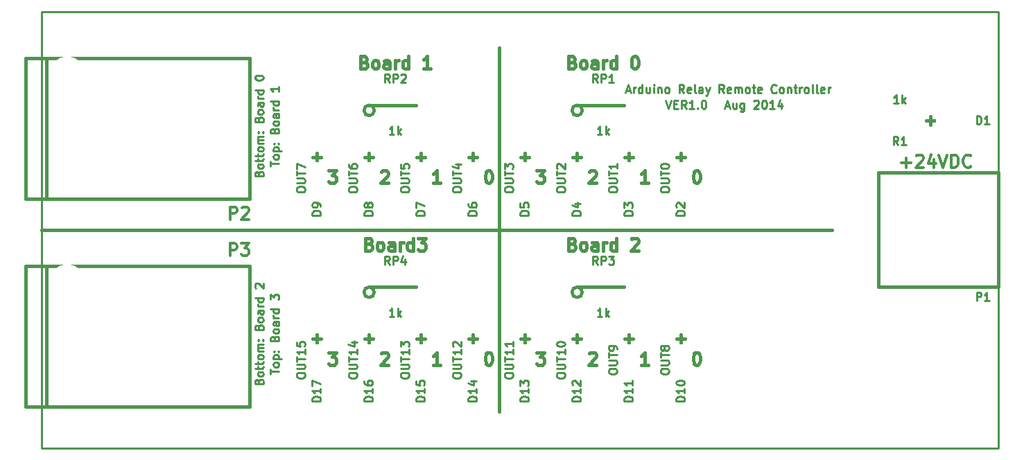
<source format=gto>
G04 (created by PCBNEW (2013-jul-07)-stable) date Wed 06 Aug 2014 01:53:19 PM EDT*
%MOIN*%
G04 Gerber Fmt 3.4, Leading zero omitted, Abs format*
%FSLAX34Y34*%
G01*
G70*
G90*
G04 APERTURE LIST*
%ADD10C,0.00590551*%
%ADD11C,0.01*%
%ADD12C,0.015*%
%ADD13C,0.009*%
%ADD14C,0.005*%
%ADD15C,0.012*%
%ADD16C,0.175*%
%ADD17O,0.08X0.12*%
%ADD18C,0.08*%
%ADD19C,0.096*%
%ADD20C,0.16*%
%ADD21C,0.18*%
%ADD22R,0.07X0.12*%
%ADD23R,0.036X0.049*%
%ADD24C,0.17*%
%ADD25R,0.067X0.067*%
G04 APERTURE END LIST*
G54D10*
G54D11*
X54511Y-47933D02*
X54511Y-47704D01*
X54911Y-47819D02*
X54511Y-47819D01*
X54911Y-47514D02*
X54892Y-47552D01*
X54873Y-47571D01*
X54835Y-47590D01*
X54721Y-47590D01*
X54683Y-47571D01*
X54664Y-47552D01*
X54645Y-47514D01*
X54645Y-47457D01*
X54664Y-47419D01*
X54683Y-47400D01*
X54721Y-47380D01*
X54835Y-47380D01*
X54873Y-47400D01*
X54892Y-47419D01*
X54911Y-47457D01*
X54911Y-47514D01*
X54645Y-47209D02*
X55045Y-47209D01*
X54664Y-47209D02*
X54645Y-47171D01*
X54645Y-47095D01*
X54664Y-47057D01*
X54683Y-47038D01*
X54721Y-47019D01*
X54835Y-47019D01*
X54873Y-47038D01*
X54892Y-47057D01*
X54911Y-47095D01*
X54911Y-47171D01*
X54892Y-47209D01*
X54873Y-46847D02*
X54892Y-46828D01*
X54911Y-46847D01*
X54892Y-46866D01*
X54873Y-46847D01*
X54911Y-46847D01*
X54664Y-46847D02*
X54683Y-46828D01*
X54702Y-46847D01*
X54683Y-46866D01*
X54664Y-46847D01*
X54702Y-46847D01*
X54702Y-46219D02*
X54721Y-46161D01*
X54740Y-46142D01*
X54778Y-46123D01*
X54835Y-46123D01*
X54873Y-46142D01*
X54892Y-46161D01*
X54911Y-46200D01*
X54911Y-46352D01*
X54511Y-46352D01*
X54511Y-46219D01*
X54530Y-46180D01*
X54550Y-46161D01*
X54588Y-46142D01*
X54626Y-46142D01*
X54664Y-46161D01*
X54683Y-46180D01*
X54702Y-46219D01*
X54702Y-46352D01*
X54911Y-45895D02*
X54892Y-45933D01*
X54873Y-45952D01*
X54835Y-45971D01*
X54721Y-45971D01*
X54683Y-45952D01*
X54664Y-45933D01*
X54645Y-45895D01*
X54645Y-45838D01*
X54664Y-45800D01*
X54683Y-45780D01*
X54721Y-45761D01*
X54835Y-45761D01*
X54873Y-45780D01*
X54892Y-45800D01*
X54911Y-45838D01*
X54911Y-45895D01*
X54911Y-45419D02*
X54702Y-45419D01*
X54664Y-45438D01*
X54645Y-45476D01*
X54645Y-45552D01*
X54664Y-45590D01*
X54892Y-45419D02*
X54911Y-45457D01*
X54911Y-45552D01*
X54892Y-45590D01*
X54854Y-45609D01*
X54816Y-45609D01*
X54778Y-45590D01*
X54759Y-45552D01*
X54759Y-45457D01*
X54740Y-45419D01*
X54911Y-45228D02*
X54645Y-45228D01*
X54721Y-45228D02*
X54683Y-45209D01*
X54664Y-45190D01*
X54645Y-45152D01*
X54645Y-45114D01*
X54911Y-44809D02*
X54511Y-44809D01*
X54892Y-44809D02*
X54911Y-44847D01*
X54911Y-44923D01*
X54892Y-44961D01*
X54873Y-44980D01*
X54835Y-45000D01*
X54721Y-45000D01*
X54683Y-44980D01*
X54664Y-44961D01*
X54645Y-44923D01*
X54645Y-44847D01*
X54664Y-44809D01*
X54511Y-44352D02*
X54511Y-44104D01*
X54664Y-44238D01*
X54664Y-44180D01*
X54683Y-44142D01*
X54702Y-44123D01*
X54740Y-44104D01*
X54835Y-44104D01*
X54873Y-44123D01*
X54892Y-44142D01*
X54911Y-44180D01*
X54911Y-44295D01*
X54892Y-44333D01*
X54873Y-44352D01*
X53952Y-48285D02*
X53971Y-48228D01*
X53990Y-48209D01*
X54028Y-48190D01*
X54085Y-48190D01*
X54123Y-48209D01*
X54142Y-48228D01*
X54161Y-48266D01*
X54161Y-48419D01*
X53761Y-48419D01*
X53761Y-48285D01*
X53780Y-48247D01*
X53800Y-48228D01*
X53838Y-48209D01*
X53876Y-48209D01*
X53914Y-48228D01*
X53933Y-48247D01*
X53952Y-48285D01*
X53952Y-48419D01*
X54161Y-47961D02*
X54142Y-47999D01*
X54123Y-48019D01*
X54085Y-48038D01*
X53971Y-48038D01*
X53933Y-48019D01*
X53914Y-47999D01*
X53895Y-47961D01*
X53895Y-47904D01*
X53914Y-47866D01*
X53933Y-47847D01*
X53971Y-47828D01*
X54085Y-47828D01*
X54123Y-47847D01*
X54142Y-47866D01*
X54161Y-47904D01*
X54161Y-47961D01*
X53895Y-47714D02*
X53895Y-47561D01*
X53761Y-47657D02*
X54104Y-47657D01*
X54142Y-47638D01*
X54161Y-47599D01*
X54161Y-47561D01*
X53895Y-47485D02*
X53895Y-47333D01*
X53761Y-47428D02*
X54104Y-47428D01*
X54142Y-47409D01*
X54161Y-47371D01*
X54161Y-47333D01*
X54161Y-47142D02*
X54142Y-47180D01*
X54123Y-47200D01*
X54085Y-47219D01*
X53971Y-47219D01*
X53933Y-47200D01*
X53914Y-47180D01*
X53895Y-47142D01*
X53895Y-47085D01*
X53914Y-47047D01*
X53933Y-47028D01*
X53971Y-47009D01*
X54085Y-47009D01*
X54123Y-47028D01*
X54142Y-47047D01*
X54161Y-47085D01*
X54161Y-47142D01*
X54161Y-46838D02*
X53895Y-46838D01*
X53933Y-46838D02*
X53914Y-46819D01*
X53895Y-46780D01*
X53895Y-46723D01*
X53914Y-46685D01*
X53952Y-46666D01*
X54161Y-46666D01*
X53952Y-46666D02*
X53914Y-46647D01*
X53895Y-46609D01*
X53895Y-46552D01*
X53914Y-46514D01*
X53952Y-46495D01*
X54161Y-46495D01*
X54123Y-46304D02*
X54142Y-46285D01*
X54161Y-46304D01*
X54142Y-46323D01*
X54123Y-46304D01*
X54161Y-46304D01*
X53914Y-46304D02*
X53933Y-46285D01*
X53952Y-46304D01*
X53933Y-46323D01*
X53914Y-46304D01*
X53952Y-46304D01*
X53952Y-45676D02*
X53971Y-45619D01*
X53990Y-45600D01*
X54028Y-45580D01*
X54085Y-45580D01*
X54123Y-45600D01*
X54142Y-45619D01*
X54161Y-45657D01*
X54161Y-45809D01*
X53761Y-45809D01*
X53761Y-45676D01*
X53780Y-45638D01*
X53800Y-45619D01*
X53838Y-45600D01*
X53876Y-45600D01*
X53914Y-45619D01*
X53933Y-45638D01*
X53952Y-45676D01*
X53952Y-45809D01*
X54161Y-45352D02*
X54142Y-45390D01*
X54123Y-45409D01*
X54085Y-45428D01*
X53971Y-45428D01*
X53933Y-45409D01*
X53914Y-45390D01*
X53895Y-45352D01*
X53895Y-45295D01*
X53914Y-45257D01*
X53933Y-45238D01*
X53971Y-45219D01*
X54085Y-45219D01*
X54123Y-45238D01*
X54142Y-45257D01*
X54161Y-45295D01*
X54161Y-45352D01*
X54161Y-44876D02*
X53952Y-44876D01*
X53914Y-44895D01*
X53895Y-44933D01*
X53895Y-45009D01*
X53914Y-45047D01*
X54142Y-44876D02*
X54161Y-44914D01*
X54161Y-45009D01*
X54142Y-45047D01*
X54104Y-45066D01*
X54066Y-45066D01*
X54028Y-45047D01*
X54009Y-45009D01*
X54009Y-44914D01*
X53990Y-44876D01*
X54161Y-44685D02*
X53895Y-44685D01*
X53971Y-44685D02*
X53933Y-44666D01*
X53914Y-44647D01*
X53895Y-44609D01*
X53895Y-44571D01*
X54161Y-44266D02*
X53761Y-44266D01*
X54142Y-44266D02*
X54161Y-44304D01*
X54161Y-44380D01*
X54142Y-44419D01*
X54123Y-44438D01*
X54085Y-44457D01*
X53971Y-44457D01*
X53933Y-44438D01*
X53914Y-44419D01*
X53895Y-44380D01*
X53895Y-44304D01*
X53914Y-44266D01*
X53800Y-43790D02*
X53780Y-43771D01*
X53761Y-43733D01*
X53761Y-43638D01*
X53780Y-43600D01*
X53800Y-43580D01*
X53838Y-43561D01*
X53876Y-43561D01*
X53933Y-43580D01*
X54161Y-43809D01*
X54161Y-43561D01*
X54511Y-37933D02*
X54511Y-37704D01*
X54911Y-37819D02*
X54511Y-37819D01*
X54911Y-37514D02*
X54892Y-37552D01*
X54873Y-37571D01*
X54835Y-37590D01*
X54721Y-37590D01*
X54683Y-37571D01*
X54664Y-37552D01*
X54645Y-37514D01*
X54645Y-37457D01*
X54664Y-37419D01*
X54683Y-37400D01*
X54721Y-37380D01*
X54835Y-37380D01*
X54873Y-37400D01*
X54892Y-37419D01*
X54911Y-37457D01*
X54911Y-37514D01*
X54645Y-37209D02*
X55045Y-37209D01*
X54664Y-37209D02*
X54645Y-37171D01*
X54645Y-37095D01*
X54664Y-37057D01*
X54683Y-37038D01*
X54721Y-37019D01*
X54835Y-37019D01*
X54873Y-37038D01*
X54892Y-37057D01*
X54911Y-37095D01*
X54911Y-37171D01*
X54892Y-37209D01*
X54873Y-36847D02*
X54892Y-36828D01*
X54911Y-36847D01*
X54892Y-36866D01*
X54873Y-36847D01*
X54911Y-36847D01*
X54664Y-36847D02*
X54683Y-36828D01*
X54702Y-36847D01*
X54683Y-36866D01*
X54664Y-36847D01*
X54702Y-36847D01*
X54702Y-36219D02*
X54721Y-36161D01*
X54740Y-36142D01*
X54778Y-36123D01*
X54835Y-36123D01*
X54873Y-36142D01*
X54892Y-36161D01*
X54911Y-36200D01*
X54911Y-36352D01*
X54511Y-36352D01*
X54511Y-36219D01*
X54530Y-36180D01*
X54550Y-36161D01*
X54588Y-36142D01*
X54626Y-36142D01*
X54664Y-36161D01*
X54683Y-36180D01*
X54702Y-36219D01*
X54702Y-36352D01*
X54911Y-35895D02*
X54892Y-35933D01*
X54873Y-35952D01*
X54835Y-35971D01*
X54721Y-35971D01*
X54683Y-35952D01*
X54664Y-35933D01*
X54645Y-35895D01*
X54645Y-35838D01*
X54664Y-35800D01*
X54683Y-35780D01*
X54721Y-35761D01*
X54835Y-35761D01*
X54873Y-35780D01*
X54892Y-35800D01*
X54911Y-35838D01*
X54911Y-35895D01*
X54911Y-35419D02*
X54702Y-35419D01*
X54664Y-35438D01*
X54645Y-35476D01*
X54645Y-35552D01*
X54664Y-35590D01*
X54892Y-35419D02*
X54911Y-35457D01*
X54911Y-35552D01*
X54892Y-35590D01*
X54854Y-35609D01*
X54816Y-35609D01*
X54778Y-35590D01*
X54759Y-35552D01*
X54759Y-35457D01*
X54740Y-35419D01*
X54911Y-35228D02*
X54645Y-35228D01*
X54721Y-35228D02*
X54683Y-35209D01*
X54664Y-35190D01*
X54645Y-35152D01*
X54645Y-35114D01*
X54911Y-34809D02*
X54511Y-34809D01*
X54892Y-34809D02*
X54911Y-34847D01*
X54911Y-34923D01*
X54892Y-34961D01*
X54873Y-34980D01*
X54835Y-35000D01*
X54721Y-35000D01*
X54683Y-34980D01*
X54664Y-34961D01*
X54645Y-34923D01*
X54645Y-34847D01*
X54664Y-34809D01*
X54911Y-34104D02*
X54911Y-34333D01*
X54911Y-34219D02*
X54511Y-34219D01*
X54569Y-34257D01*
X54607Y-34295D01*
X54626Y-34333D01*
X53952Y-38285D02*
X53971Y-38228D01*
X53990Y-38209D01*
X54028Y-38190D01*
X54085Y-38190D01*
X54123Y-38209D01*
X54142Y-38228D01*
X54161Y-38266D01*
X54161Y-38419D01*
X53761Y-38419D01*
X53761Y-38285D01*
X53780Y-38247D01*
X53800Y-38228D01*
X53838Y-38209D01*
X53876Y-38209D01*
X53914Y-38228D01*
X53933Y-38247D01*
X53952Y-38285D01*
X53952Y-38419D01*
X54161Y-37961D02*
X54142Y-37999D01*
X54123Y-38019D01*
X54085Y-38038D01*
X53971Y-38038D01*
X53933Y-38019D01*
X53914Y-37999D01*
X53895Y-37961D01*
X53895Y-37904D01*
X53914Y-37866D01*
X53933Y-37847D01*
X53971Y-37828D01*
X54085Y-37828D01*
X54123Y-37847D01*
X54142Y-37866D01*
X54161Y-37904D01*
X54161Y-37961D01*
X53895Y-37714D02*
X53895Y-37561D01*
X53761Y-37657D02*
X54104Y-37657D01*
X54142Y-37638D01*
X54161Y-37599D01*
X54161Y-37561D01*
X53895Y-37485D02*
X53895Y-37333D01*
X53761Y-37428D02*
X54104Y-37428D01*
X54142Y-37409D01*
X54161Y-37371D01*
X54161Y-37333D01*
X54161Y-37142D02*
X54142Y-37180D01*
X54123Y-37200D01*
X54085Y-37219D01*
X53971Y-37219D01*
X53933Y-37200D01*
X53914Y-37180D01*
X53895Y-37142D01*
X53895Y-37085D01*
X53914Y-37047D01*
X53933Y-37028D01*
X53971Y-37009D01*
X54085Y-37009D01*
X54123Y-37028D01*
X54142Y-37047D01*
X54161Y-37085D01*
X54161Y-37142D01*
X54161Y-36838D02*
X53895Y-36838D01*
X53933Y-36838D02*
X53914Y-36819D01*
X53895Y-36780D01*
X53895Y-36723D01*
X53914Y-36685D01*
X53952Y-36666D01*
X54161Y-36666D01*
X53952Y-36666D02*
X53914Y-36647D01*
X53895Y-36609D01*
X53895Y-36552D01*
X53914Y-36514D01*
X53952Y-36495D01*
X54161Y-36495D01*
X54123Y-36304D02*
X54142Y-36285D01*
X54161Y-36304D01*
X54142Y-36323D01*
X54123Y-36304D01*
X54161Y-36304D01*
X53914Y-36304D02*
X53933Y-36285D01*
X53952Y-36304D01*
X53933Y-36323D01*
X53914Y-36304D01*
X53952Y-36304D01*
X53952Y-35676D02*
X53971Y-35619D01*
X53990Y-35600D01*
X54028Y-35580D01*
X54085Y-35580D01*
X54123Y-35600D01*
X54142Y-35619D01*
X54161Y-35657D01*
X54161Y-35809D01*
X53761Y-35809D01*
X53761Y-35676D01*
X53780Y-35638D01*
X53800Y-35619D01*
X53838Y-35600D01*
X53876Y-35600D01*
X53914Y-35619D01*
X53933Y-35638D01*
X53952Y-35676D01*
X53952Y-35809D01*
X54161Y-35352D02*
X54142Y-35390D01*
X54123Y-35409D01*
X54085Y-35428D01*
X53971Y-35428D01*
X53933Y-35409D01*
X53914Y-35390D01*
X53895Y-35352D01*
X53895Y-35295D01*
X53914Y-35257D01*
X53933Y-35238D01*
X53971Y-35219D01*
X54085Y-35219D01*
X54123Y-35238D01*
X54142Y-35257D01*
X54161Y-35295D01*
X54161Y-35352D01*
X54161Y-34876D02*
X53952Y-34876D01*
X53914Y-34895D01*
X53895Y-34933D01*
X53895Y-35009D01*
X53914Y-35047D01*
X54142Y-34876D02*
X54161Y-34914D01*
X54161Y-35009D01*
X54142Y-35047D01*
X54104Y-35066D01*
X54066Y-35066D01*
X54028Y-35047D01*
X54009Y-35009D01*
X54009Y-34914D01*
X53990Y-34876D01*
X54161Y-34685D02*
X53895Y-34685D01*
X53971Y-34685D02*
X53933Y-34666D01*
X53914Y-34647D01*
X53895Y-34609D01*
X53895Y-34571D01*
X54161Y-34266D02*
X53761Y-34266D01*
X54142Y-34266D02*
X54161Y-34304D01*
X54161Y-34380D01*
X54142Y-34419D01*
X54123Y-34438D01*
X54085Y-34457D01*
X53971Y-34457D01*
X53933Y-34438D01*
X53914Y-34419D01*
X53895Y-34380D01*
X53895Y-34304D01*
X53914Y-34266D01*
X53761Y-33695D02*
X53761Y-33657D01*
X53780Y-33619D01*
X53800Y-33600D01*
X53838Y-33580D01*
X53914Y-33561D01*
X54009Y-33561D01*
X54085Y-33580D01*
X54123Y-33600D01*
X54142Y-33619D01*
X54161Y-33657D01*
X54161Y-33695D01*
X54142Y-33733D01*
X54123Y-33752D01*
X54085Y-33771D01*
X54009Y-33790D01*
X53914Y-33790D01*
X53838Y-33771D01*
X53800Y-33752D01*
X53780Y-33733D01*
X53761Y-33695D01*
G54D12*
X57300Y-46892D02*
X57671Y-46892D01*
X57471Y-47121D01*
X57557Y-47121D01*
X57614Y-47150D01*
X57642Y-47178D01*
X57671Y-47235D01*
X57671Y-47378D01*
X57642Y-47435D01*
X57614Y-47464D01*
X57557Y-47492D01*
X57385Y-47492D01*
X57328Y-47464D01*
X57300Y-47435D01*
X57300Y-38142D02*
X57671Y-38142D01*
X57471Y-38371D01*
X57557Y-38371D01*
X57614Y-38400D01*
X57642Y-38428D01*
X57671Y-38485D01*
X57671Y-38628D01*
X57642Y-38685D01*
X57614Y-38714D01*
X57557Y-38742D01*
X57385Y-38742D01*
X57328Y-38714D01*
X57300Y-38685D01*
X67300Y-46892D02*
X67671Y-46892D01*
X67471Y-47121D01*
X67557Y-47121D01*
X67614Y-47150D01*
X67642Y-47178D01*
X67671Y-47235D01*
X67671Y-47378D01*
X67642Y-47435D01*
X67614Y-47464D01*
X67557Y-47492D01*
X67385Y-47492D01*
X67328Y-47464D01*
X67300Y-47435D01*
X59828Y-46950D02*
X59857Y-46921D01*
X59914Y-46892D01*
X60057Y-46892D01*
X60114Y-46921D01*
X60142Y-46950D01*
X60171Y-47007D01*
X60171Y-47064D01*
X60142Y-47150D01*
X59800Y-47492D01*
X60171Y-47492D01*
X59828Y-38200D02*
X59857Y-38171D01*
X59914Y-38142D01*
X60057Y-38142D01*
X60114Y-38171D01*
X60142Y-38200D01*
X60171Y-38257D01*
X60171Y-38314D01*
X60142Y-38400D01*
X59800Y-38742D01*
X60171Y-38742D01*
X69828Y-46950D02*
X69857Y-46921D01*
X69914Y-46892D01*
X70057Y-46892D01*
X70114Y-46921D01*
X70142Y-46950D01*
X70171Y-47007D01*
X70171Y-47064D01*
X70142Y-47150D01*
X69800Y-47492D01*
X70171Y-47492D01*
X62671Y-47492D02*
X62328Y-47492D01*
X62500Y-47492D02*
X62500Y-46892D01*
X62442Y-46978D01*
X62385Y-47035D01*
X62328Y-47064D01*
X62671Y-38742D02*
X62328Y-38742D01*
X62500Y-38742D02*
X62500Y-38142D01*
X62442Y-38228D01*
X62385Y-38285D01*
X62328Y-38314D01*
X72671Y-47492D02*
X72328Y-47492D01*
X72500Y-47492D02*
X72500Y-46892D01*
X72442Y-46978D01*
X72385Y-47035D01*
X72328Y-47064D01*
X64971Y-46892D02*
X65028Y-46892D01*
X65085Y-46921D01*
X65114Y-46950D01*
X65142Y-47007D01*
X65171Y-47121D01*
X65171Y-47264D01*
X65142Y-47378D01*
X65114Y-47435D01*
X65085Y-47464D01*
X65028Y-47492D01*
X64971Y-47492D01*
X64914Y-47464D01*
X64885Y-47435D01*
X64857Y-47378D01*
X64828Y-47264D01*
X64828Y-47121D01*
X64857Y-47007D01*
X64885Y-46950D01*
X64914Y-46921D01*
X64971Y-46892D01*
X64971Y-38142D02*
X65028Y-38142D01*
X65085Y-38171D01*
X65114Y-38200D01*
X65142Y-38257D01*
X65171Y-38371D01*
X65171Y-38514D01*
X65142Y-38628D01*
X65114Y-38685D01*
X65085Y-38714D01*
X65028Y-38742D01*
X64971Y-38742D01*
X64914Y-38714D01*
X64885Y-38685D01*
X64857Y-38628D01*
X64828Y-38514D01*
X64828Y-38371D01*
X64857Y-38257D01*
X64885Y-38200D01*
X64914Y-38171D01*
X64971Y-38142D01*
X74971Y-46892D02*
X75028Y-46892D01*
X75085Y-46921D01*
X75114Y-46950D01*
X75142Y-47007D01*
X75171Y-47121D01*
X75171Y-47264D01*
X75142Y-47378D01*
X75114Y-47435D01*
X75085Y-47464D01*
X75028Y-47492D01*
X74971Y-47492D01*
X74914Y-47464D01*
X74885Y-47435D01*
X74857Y-47378D01*
X74828Y-47264D01*
X74828Y-47121D01*
X74857Y-47007D01*
X74885Y-46950D01*
X74914Y-46921D01*
X74971Y-46892D01*
X67300Y-38142D02*
X67671Y-38142D01*
X67471Y-38371D01*
X67557Y-38371D01*
X67614Y-38400D01*
X67642Y-38428D01*
X67671Y-38485D01*
X67671Y-38628D01*
X67642Y-38685D01*
X67614Y-38714D01*
X67557Y-38742D01*
X67385Y-38742D01*
X67328Y-38714D01*
X67300Y-38685D01*
X69828Y-38200D02*
X69857Y-38171D01*
X69914Y-38142D01*
X70057Y-38142D01*
X70114Y-38171D01*
X70142Y-38200D01*
X70171Y-38257D01*
X70171Y-38314D01*
X70142Y-38400D01*
X69800Y-38742D01*
X70171Y-38742D01*
X72671Y-38742D02*
X72328Y-38742D01*
X72500Y-38742D02*
X72500Y-38142D01*
X72442Y-38228D01*
X72385Y-38285D01*
X72328Y-38314D01*
X74971Y-38142D02*
X75028Y-38142D01*
X75085Y-38171D01*
X75114Y-38200D01*
X75142Y-38257D01*
X75171Y-38371D01*
X75171Y-38514D01*
X75142Y-38628D01*
X75114Y-38685D01*
X75085Y-38714D01*
X75028Y-38742D01*
X74971Y-38742D01*
X74914Y-38714D01*
X74885Y-38685D01*
X74857Y-38628D01*
X74828Y-38514D01*
X74828Y-38371D01*
X74857Y-38257D01*
X74885Y-38200D01*
X74914Y-38171D01*
X74971Y-38142D01*
X59257Y-41678D02*
X59342Y-41707D01*
X59371Y-41735D01*
X59400Y-41792D01*
X59400Y-41878D01*
X59371Y-41935D01*
X59342Y-41964D01*
X59285Y-41992D01*
X59057Y-41992D01*
X59057Y-41392D01*
X59257Y-41392D01*
X59314Y-41421D01*
X59342Y-41450D01*
X59371Y-41507D01*
X59371Y-41564D01*
X59342Y-41621D01*
X59314Y-41650D01*
X59257Y-41678D01*
X59057Y-41678D01*
X59742Y-41992D02*
X59685Y-41964D01*
X59657Y-41935D01*
X59628Y-41878D01*
X59628Y-41707D01*
X59657Y-41650D01*
X59685Y-41621D01*
X59742Y-41592D01*
X59828Y-41592D01*
X59885Y-41621D01*
X59914Y-41650D01*
X59942Y-41707D01*
X59942Y-41878D01*
X59914Y-41935D01*
X59885Y-41964D01*
X59828Y-41992D01*
X59742Y-41992D01*
X60457Y-41992D02*
X60457Y-41678D01*
X60428Y-41621D01*
X60371Y-41592D01*
X60257Y-41592D01*
X60200Y-41621D01*
X60457Y-41964D02*
X60400Y-41992D01*
X60257Y-41992D01*
X60200Y-41964D01*
X60171Y-41907D01*
X60171Y-41850D01*
X60200Y-41792D01*
X60257Y-41764D01*
X60400Y-41764D01*
X60457Y-41735D01*
X60742Y-41992D02*
X60742Y-41592D01*
X60742Y-41707D02*
X60771Y-41650D01*
X60800Y-41621D01*
X60857Y-41592D01*
X60914Y-41592D01*
X61371Y-41992D02*
X61371Y-41392D01*
X61371Y-41964D02*
X61314Y-41992D01*
X61200Y-41992D01*
X61142Y-41964D01*
X61114Y-41935D01*
X61085Y-41878D01*
X61085Y-41707D01*
X61114Y-41650D01*
X61142Y-41621D01*
X61200Y-41592D01*
X61314Y-41592D01*
X61371Y-41621D01*
X61600Y-41392D02*
X61971Y-41392D01*
X61771Y-41621D01*
X61857Y-41621D01*
X61914Y-41650D01*
X61942Y-41678D01*
X61971Y-41735D01*
X61971Y-41878D01*
X61942Y-41935D01*
X61914Y-41964D01*
X61857Y-41992D01*
X61685Y-41992D01*
X61628Y-41964D01*
X61600Y-41935D01*
X69028Y-41678D02*
X69114Y-41707D01*
X69142Y-41735D01*
X69171Y-41792D01*
X69171Y-41878D01*
X69142Y-41935D01*
X69114Y-41964D01*
X69057Y-41992D01*
X68828Y-41992D01*
X68828Y-41392D01*
X69028Y-41392D01*
X69085Y-41421D01*
X69114Y-41450D01*
X69142Y-41507D01*
X69142Y-41564D01*
X69114Y-41621D01*
X69085Y-41650D01*
X69028Y-41678D01*
X68828Y-41678D01*
X69514Y-41992D02*
X69457Y-41964D01*
X69428Y-41935D01*
X69400Y-41878D01*
X69400Y-41707D01*
X69428Y-41650D01*
X69457Y-41621D01*
X69514Y-41592D01*
X69600Y-41592D01*
X69657Y-41621D01*
X69685Y-41650D01*
X69714Y-41707D01*
X69714Y-41878D01*
X69685Y-41935D01*
X69657Y-41964D01*
X69600Y-41992D01*
X69514Y-41992D01*
X70228Y-41992D02*
X70228Y-41678D01*
X70200Y-41621D01*
X70142Y-41592D01*
X70028Y-41592D01*
X69971Y-41621D01*
X70228Y-41964D02*
X70171Y-41992D01*
X70028Y-41992D01*
X69971Y-41964D01*
X69942Y-41907D01*
X69942Y-41850D01*
X69971Y-41792D01*
X70028Y-41764D01*
X70171Y-41764D01*
X70228Y-41735D01*
X70514Y-41992D02*
X70514Y-41592D01*
X70514Y-41707D02*
X70542Y-41650D01*
X70571Y-41621D01*
X70628Y-41592D01*
X70685Y-41592D01*
X71142Y-41992D02*
X71142Y-41392D01*
X71142Y-41964D02*
X71085Y-41992D01*
X70971Y-41992D01*
X70914Y-41964D01*
X70885Y-41935D01*
X70857Y-41878D01*
X70857Y-41707D01*
X70885Y-41650D01*
X70914Y-41621D01*
X70971Y-41592D01*
X71085Y-41592D01*
X71142Y-41621D01*
X71857Y-41450D02*
X71885Y-41421D01*
X71942Y-41392D01*
X72085Y-41392D01*
X72142Y-41421D01*
X72171Y-41450D01*
X72200Y-41507D01*
X72200Y-41564D01*
X72171Y-41650D01*
X71828Y-41992D01*
X72200Y-41992D01*
X59028Y-32928D02*
X59114Y-32957D01*
X59142Y-32985D01*
X59171Y-33042D01*
X59171Y-33128D01*
X59142Y-33185D01*
X59114Y-33214D01*
X59057Y-33242D01*
X58828Y-33242D01*
X58828Y-32642D01*
X59028Y-32642D01*
X59085Y-32671D01*
X59114Y-32700D01*
X59142Y-32757D01*
X59142Y-32814D01*
X59114Y-32871D01*
X59085Y-32900D01*
X59028Y-32928D01*
X58828Y-32928D01*
X59514Y-33242D02*
X59457Y-33214D01*
X59428Y-33185D01*
X59400Y-33128D01*
X59400Y-32957D01*
X59428Y-32900D01*
X59457Y-32871D01*
X59514Y-32842D01*
X59600Y-32842D01*
X59657Y-32871D01*
X59685Y-32900D01*
X59714Y-32957D01*
X59714Y-33128D01*
X59685Y-33185D01*
X59657Y-33214D01*
X59600Y-33242D01*
X59514Y-33242D01*
X60228Y-33242D02*
X60228Y-32928D01*
X60200Y-32871D01*
X60142Y-32842D01*
X60028Y-32842D01*
X59971Y-32871D01*
X60228Y-33214D02*
X60171Y-33242D01*
X60028Y-33242D01*
X59971Y-33214D01*
X59942Y-33157D01*
X59942Y-33100D01*
X59971Y-33042D01*
X60028Y-33014D01*
X60171Y-33014D01*
X60228Y-32985D01*
X60514Y-33242D02*
X60514Y-32842D01*
X60514Y-32957D02*
X60542Y-32900D01*
X60571Y-32871D01*
X60628Y-32842D01*
X60685Y-32842D01*
X61142Y-33242D02*
X61142Y-32642D01*
X61142Y-33214D02*
X61085Y-33242D01*
X60971Y-33242D01*
X60914Y-33214D01*
X60885Y-33185D01*
X60857Y-33128D01*
X60857Y-32957D01*
X60885Y-32900D01*
X60914Y-32871D01*
X60971Y-32842D01*
X61085Y-32842D01*
X61142Y-32871D01*
X62200Y-33242D02*
X61857Y-33242D01*
X62028Y-33242D02*
X62028Y-32642D01*
X61971Y-32728D01*
X61914Y-32785D01*
X61857Y-32814D01*
X69028Y-32928D02*
X69114Y-32957D01*
X69142Y-32985D01*
X69171Y-33042D01*
X69171Y-33128D01*
X69142Y-33185D01*
X69114Y-33214D01*
X69057Y-33242D01*
X68828Y-33242D01*
X68828Y-32642D01*
X69028Y-32642D01*
X69085Y-32671D01*
X69114Y-32700D01*
X69142Y-32757D01*
X69142Y-32814D01*
X69114Y-32871D01*
X69085Y-32900D01*
X69028Y-32928D01*
X68828Y-32928D01*
X69514Y-33242D02*
X69457Y-33214D01*
X69428Y-33185D01*
X69400Y-33128D01*
X69400Y-32957D01*
X69428Y-32900D01*
X69457Y-32871D01*
X69514Y-32842D01*
X69600Y-32842D01*
X69657Y-32871D01*
X69685Y-32900D01*
X69714Y-32957D01*
X69714Y-33128D01*
X69685Y-33185D01*
X69657Y-33214D01*
X69600Y-33242D01*
X69514Y-33242D01*
X70228Y-33242D02*
X70228Y-32928D01*
X70200Y-32871D01*
X70142Y-32842D01*
X70028Y-32842D01*
X69971Y-32871D01*
X70228Y-33214D02*
X70171Y-33242D01*
X70028Y-33242D01*
X69971Y-33214D01*
X69942Y-33157D01*
X69942Y-33100D01*
X69971Y-33042D01*
X70028Y-33014D01*
X70171Y-33014D01*
X70228Y-32985D01*
X70514Y-33242D02*
X70514Y-32842D01*
X70514Y-32957D02*
X70542Y-32900D01*
X70571Y-32871D01*
X70628Y-32842D01*
X70685Y-32842D01*
X71142Y-33242D02*
X71142Y-32642D01*
X71142Y-33214D02*
X71085Y-33242D01*
X70971Y-33242D01*
X70914Y-33214D01*
X70885Y-33185D01*
X70857Y-33128D01*
X70857Y-32957D01*
X70885Y-32900D01*
X70914Y-32871D01*
X70971Y-32842D01*
X71085Y-32842D01*
X71142Y-32871D01*
X72000Y-32642D02*
X72057Y-32642D01*
X72114Y-32671D01*
X72142Y-32700D01*
X72171Y-32757D01*
X72200Y-32871D01*
X72200Y-33014D01*
X72171Y-33128D01*
X72142Y-33185D01*
X72114Y-33214D01*
X72057Y-33242D01*
X72000Y-33242D01*
X71942Y-33214D01*
X71914Y-33185D01*
X71885Y-33128D01*
X71857Y-33014D01*
X71857Y-32871D01*
X71885Y-32757D01*
X71914Y-32700D01*
X71942Y-32671D01*
X72000Y-32642D01*
X65500Y-32250D02*
X65500Y-49750D01*
X43500Y-41000D02*
X81500Y-41000D01*
G54D13*
X89500Y-51500D02*
X43500Y-51500D01*
X43500Y-30500D02*
X89500Y-30500D01*
X43500Y-30500D02*
X43500Y-51500D01*
G54D11*
X71604Y-34297D02*
X71795Y-34297D01*
X71566Y-34411D02*
X71700Y-34011D01*
X71833Y-34411D01*
X71966Y-34411D02*
X71966Y-34145D01*
X71966Y-34221D02*
X71985Y-34183D01*
X72004Y-34164D01*
X72042Y-34145D01*
X72080Y-34145D01*
X72385Y-34411D02*
X72385Y-34011D01*
X72385Y-34392D02*
X72347Y-34411D01*
X72271Y-34411D01*
X72233Y-34392D01*
X72214Y-34373D01*
X72195Y-34335D01*
X72195Y-34221D01*
X72214Y-34183D01*
X72233Y-34164D01*
X72271Y-34145D01*
X72347Y-34145D01*
X72385Y-34164D01*
X72747Y-34145D02*
X72747Y-34411D01*
X72576Y-34145D02*
X72576Y-34354D01*
X72595Y-34392D01*
X72633Y-34411D01*
X72690Y-34411D01*
X72728Y-34392D01*
X72747Y-34373D01*
X72938Y-34411D02*
X72938Y-34145D01*
X72938Y-34011D02*
X72919Y-34030D01*
X72938Y-34050D01*
X72957Y-34030D01*
X72938Y-34011D01*
X72938Y-34050D01*
X73128Y-34145D02*
X73128Y-34411D01*
X73128Y-34183D02*
X73147Y-34164D01*
X73185Y-34145D01*
X73242Y-34145D01*
X73280Y-34164D01*
X73300Y-34202D01*
X73300Y-34411D01*
X73547Y-34411D02*
X73509Y-34392D01*
X73490Y-34373D01*
X73471Y-34335D01*
X73471Y-34221D01*
X73490Y-34183D01*
X73509Y-34164D01*
X73547Y-34145D01*
X73604Y-34145D01*
X73642Y-34164D01*
X73661Y-34183D01*
X73680Y-34221D01*
X73680Y-34335D01*
X73661Y-34373D01*
X73642Y-34392D01*
X73604Y-34411D01*
X73547Y-34411D01*
X74385Y-34411D02*
X74252Y-34221D01*
X74157Y-34411D02*
X74157Y-34011D01*
X74309Y-34011D01*
X74347Y-34030D01*
X74366Y-34050D01*
X74385Y-34088D01*
X74385Y-34145D01*
X74366Y-34183D01*
X74347Y-34202D01*
X74309Y-34221D01*
X74157Y-34221D01*
X74709Y-34392D02*
X74671Y-34411D01*
X74595Y-34411D01*
X74557Y-34392D01*
X74538Y-34354D01*
X74538Y-34202D01*
X74557Y-34164D01*
X74595Y-34145D01*
X74671Y-34145D01*
X74709Y-34164D01*
X74728Y-34202D01*
X74728Y-34240D01*
X74538Y-34278D01*
X74957Y-34411D02*
X74919Y-34392D01*
X74900Y-34354D01*
X74900Y-34011D01*
X75280Y-34411D02*
X75280Y-34202D01*
X75261Y-34164D01*
X75223Y-34145D01*
X75147Y-34145D01*
X75109Y-34164D01*
X75280Y-34392D02*
X75242Y-34411D01*
X75147Y-34411D01*
X75109Y-34392D01*
X75090Y-34354D01*
X75090Y-34316D01*
X75109Y-34278D01*
X75147Y-34259D01*
X75242Y-34259D01*
X75280Y-34240D01*
X75433Y-34145D02*
X75528Y-34411D01*
X75623Y-34145D02*
X75528Y-34411D01*
X75490Y-34507D01*
X75471Y-34526D01*
X75433Y-34545D01*
X76309Y-34411D02*
X76176Y-34221D01*
X76080Y-34411D02*
X76080Y-34011D01*
X76233Y-34011D01*
X76271Y-34030D01*
X76290Y-34050D01*
X76309Y-34088D01*
X76309Y-34145D01*
X76290Y-34183D01*
X76271Y-34202D01*
X76233Y-34221D01*
X76080Y-34221D01*
X76633Y-34392D02*
X76595Y-34411D01*
X76519Y-34411D01*
X76480Y-34392D01*
X76461Y-34354D01*
X76461Y-34202D01*
X76480Y-34164D01*
X76519Y-34145D01*
X76595Y-34145D01*
X76633Y-34164D01*
X76652Y-34202D01*
X76652Y-34240D01*
X76461Y-34278D01*
X76823Y-34411D02*
X76823Y-34145D01*
X76823Y-34183D02*
X76842Y-34164D01*
X76880Y-34145D01*
X76938Y-34145D01*
X76976Y-34164D01*
X76995Y-34202D01*
X76995Y-34411D01*
X76995Y-34202D02*
X77014Y-34164D01*
X77052Y-34145D01*
X77109Y-34145D01*
X77147Y-34164D01*
X77166Y-34202D01*
X77166Y-34411D01*
X77414Y-34411D02*
X77376Y-34392D01*
X77357Y-34373D01*
X77338Y-34335D01*
X77338Y-34221D01*
X77357Y-34183D01*
X77376Y-34164D01*
X77414Y-34145D01*
X77471Y-34145D01*
X77509Y-34164D01*
X77528Y-34183D01*
X77547Y-34221D01*
X77547Y-34335D01*
X77528Y-34373D01*
X77509Y-34392D01*
X77471Y-34411D01*
X77414Y-34411D01*
X77661Y-34145D02*
X77814Y-34145D01*
X77719Y-34011D02*
X77719Y-34354D01*
X77738Y-34392D01*
X77776Y-34411D01*
X77814Y-34411D01*
X78100Y-34392D02*
X78061Y-34411D01*
X77985Y-34411D01*
X77947Y-34392D01*
X77928Y-34354D01*
X77928Y-34202D01*
X77947Y-34164D01*
X77985Y-34145D01*
X78061Y-34145D01*
X78100Y-34164D01*
X78119Y-34202D01*
X78119Y-34240D01*
X77928Y-34278D01*
X78823Y-34373D02*
X78804Y-34392D01*
X78747Y-34411D01*
X78709Y-34411D01*
X78652Y-34392D01*
X78614Y-34354D01*
X78595Y-34316D01*
X78576Y-34240D01*
X78576Y-34183D01*
X78595Y-34107D01*
X78614Y-34069D01*
X78652Y-34030D01*
X78709Y-34011D01*
X78747Y-34011D01*
X78804Y-34030D01*
X78823Y-34050D01*
X79052Y-34411D02*
X79014Y-34392D01*
X78995Y-34373D01*
X78976Y-34335D01*
X78976Y-34221D01*
X78995Y-34183D01*
X79014Y-34164D01*
X79052Y-34145D01*
X79109Y-34145D01*
X79147Y-34164D01*
X79166Y-34183D01*
X79185Y-34221D01*
X79185Y-34335D01*
X79166Y-34373D01*
X79147Y-34392D01*
X79109Y-34411D01*
X79052Y-34411D01*
X79357Y-34145D02*
X79357Y-34411D01*
X79357Y-34183D02*
X79376Y-34164D01*
X79414Y-34145D01*
X79471Y-34145D01*
X79509Y-34164D01*
X79528Y-34202D01*
X79528Y-34411D01*
X79661Y-34145D02*
X79814Y-34145D01*
X79719Y-34011D02*
X79719Y-34354D01*
X79738Y-34392D01*
X79776Y-34411D01*
X79814Y-34411D01*
X79947Y-34411D02*
X79947Y-34145D01*
X79947Y-34221D02*
X79966Y-34183D01*
X79985Y-34164D01*
X80023Y-34145D01*
X80061Y-34145D01*
X80252Y-34411D02*
X80214Y-34392D01*
X80195Y-34373D01*
X80176Y-34335D01*
X80176Y-34221D01*
X80195Y-34183D01*
X80214Y-34164D01*
X80252Y-34145D01*
X80309Y-34145D01*
X80347Y-34164D01*
X80366Y-34183D01*
X80385Y-34221D01*
X80385Y-34335D01*
X80366Y-34373D01*
X80347Y-34392D01*
X80309Y-34411D01*
X80252Y-34411D01*
X80614Y-34411D02*
X80576Y-34392D01*
X80557Y-34354D01*
X80557Y-34011D01*
X80823Y-34411D02*
X80785Y-34392D01*
X80766Y-34354D01*
X80766Y-34011D01*
X81128Y-34392D02*
X81090Y-34411D01*
X81014Y-34411D01*
X80976Y-34392D01*
X80957Y-34354D01*
X80957Y-34202D01*
X80976Y-34164D01*
X81014Y-34145D01*
X81090Y-34145D01*
X81128Y-34164D01*
X81147Y-34202D01*
X81147Y-34240D01*
X80957Y-34278D01*
X81319Y-34411D02*
X81319Y-34145D01*
X81319Y-34221D02*
X81338Y-34183D01*
X81357Y-34164D01*
X81395Y-34145D01*
X81433Y-34145D01*
X76378Y-35047D02*
X76569Y-35047D01*
X76340Y-35161D02*
X76473Y-34761D01*
X76607Y-35161D01*
X76911Y-34895D02*
X76911Y-35161D01*
X76740Y-34895D02*
X76740Y-35104D01*
X76759Y-35142D01*
X76797Y-35161D01*
X76854Y-35161D01*
X76892Y-35142D01*
X76911Y-35123D01*
X77273Y-34895D02*
X77273Y-35219D01*
X77254Y-35257D01*
X77235Y-35276D01*
X77197Y-35295D01*
X77140Y-35295D01*
X77102Y-35276D01*
X77273Y-35142D02*
X77235Y-35161D01*
X77159Y-35161D01*
X77121Y-35142D01*
X77102Y-35123D01*
X77083Y-35085D01*
X77083Y-34971D01*
X77102Y-34933D01*
X77121Y-34914D01*
X77159Y-34895D01*
X77235Y-34895D01*
X77273Y-34914D01*
X77750Y-34800D02*
X77769Y-34780D01*
X77807Y-34761D01*
X77902Y-34761D01*
X77940Y-34780D01*
X77959Y-34800D01*
X77978Y-34838D01*
X77978Y-34876D01*
X77959Y-34933D01*
X77730Y-35161D01*
X77978Y-35161D01*
X78226Y-34761D02*
X78264Y-34761D01*
X78302Y-34780D01*
X78321Y-34800D01*
X78340Y-34838D01*
X78359Y-34914D01*
X78359Y-35009D01*
X78340Y-35085D01*
X78321Y-35123D01*
X78302Y-35142D01*
X78264Y-35161D01*
X78226Y-35161D01*
X78188Y-35142D01*
X78169Y-35123D01*
X78150Y-35085D01*
X78130Y-35009D01*
X78130Y-34914D01*
X78150Y-34838D01*
X78169Y-34800D01*
X78188Y-34780D01*
X78226Y-34761D01*
X78740Y-35161D02*
X78511Y-35161D01*
X78626Y-35161D02*
X78626Y-34761D01*
X78588Y-34819D01*
X78550Y-34857D01*
X78511Y-34876D01*
X79083Y-34895D02*
X79083Y-35161D01*
X78988Y-34742D02*
X78892Y-35028D01*
X79140Y-35028D01*
X73509Y-34761D02*
X73642Y-35161D01*
X73776Y-34761D01*
X73909Y-34952D02*
X74042Y-34952D01*
X74100Y-35161D02*
X73909Y-35161D01*
X73909Y-34761D01*
X74100Y-34761D01*
X74500Y-35161D02*
X74366Y-34971D01*
X74271Y-35161D02*
X74271Y-34761D01*
X74423Y-34761D01*
X74461Y-34780D01*
X74480Y-34800D01*
X74500Y-34838D01*
X74500Y-34895D01*
X74480Y-34933D01*
X74461Y-34952D01*
X74423Y-34971D01*
X74271Y-34971D01*
X74880Y-35161D02*
X74652Y-35161D01*
X74766Y-35161D02*
X74766Y-34761D01*
X74728Y-34819D01*
X74690Y-34857D01*
X74652Y-34876D01*
X75052Y-35123D02*
X75071Y-35142D01*
X75052Y-35161D01*
X75033Y-35142D01*
X75052Y-35123D01*
X75052Y-35161D01*
X75319Y-34761D02*
X75357Y-34761D01*
X75395Y-34780D01*
X75414Y-34800D01*
X75433Y-34838D01*
X75452Y-34914D01*
X75452Y-35009D01*
X75433Y-35085D01*
X75414Y-35123D01*
X75395Y-35142D01*
X75357Y-35161D01*
X75319Y-35161D01*
X75280Y-35142D01*
X75261Y-35123D01*
X75242Y-35085D01*
X75223Y-35009D01*
X75223Y-34914D01*
X75242Y-34838D01*
X75261Y-34800D01*
X75280Y-34780D01*
X75319Y-34761D01*
G54D13*
X89500Y-51500D02*
X89500Y-30500D01*
G54D12*
X89500Y-38250D02*
X89500Y-43750D01*
X89500Y-43750D02*
X83750Y-43750D01*
X83750Y-43750D02*
X83750Y-38250D01*
X83750Y-38250D02*
X89500Y-38250D01*
G54D14*
X84450Y-35200D02*
X83850Y-35200D01*
X83850Y-35200D02*
X83850Y-36300D01*
X83850Y-36300D02*
X84450Y-36300D01*
X85050Y-36300D02*
X85650Y-36300D01*
X85650Y-36300D02*
X85650Y-35200D01*
X85650Y-35200D02*
X85050Y-35200D01*
G54D12*
X59250Y-35000D02*
X61500Y-35000D01*
X59500Y-35250D02*
G75*
G03X59500Y-35250I-250J0D01*
G74*
G01*
X69250Y-43750D02*
X71500Y-43750D01*
X69500Y-44000D02*
G75*
G03X69500Y-44000I-250J0D01*
G74*
G01*
X59250Y-43750D02*
X61500Y-43750D01*
X59500Y-44000D02*
G75*
G03X59500Y-44000I-250J0D01*
G74*
G01*
X43750Y-39500D02*
X43750Y-32750D01*
X42750Y-39500D02*
X42750Y-32750D01*
X42750Y-32750D02*
X53500Y-32750D01*
X53500Y-32750D02*
X53500Y-39500D01*
X53500Y-39500D02*
X42750Y-39500D01*
X43750Y-49500D02*
X43750Y-42750D01*
X42750Y-49500D02*
X42750Y-42750D01*
X42750Y-42750D02*
X53500Y-42750D01*
X53500Y-42750D02*
X53500Y-49500D01*
X53500Y-49500D02*
X42750Y-49500D01*
X69250Y-35000D02*
X71500Y-35000D01*
X69500Y-35250D02*
G75*
G03X69500Y-35250I-250J0D01*
G74*
G01*
X56550Y-37500D02*
X56950Y-37500D01*
X56750Y-37700D02*
X56750Y-37300D01*
X56550Y-46250D02*
X56950Y-46250D01*
X56750Y-46450D02*
X56750Y-46050D01*
X59050Y-46250D02*
X59450Y-46250D01*
X59250Y-46450D02*
X59250Y-46050D01*
X61550Y-46250D02*
X61950Y-46250D01*
X61750Y-46450D02*
X61750Y-46050D01*
X64050Y-46250D02*
X64450Y-46250D01*
X64250Y-46450D02*
X64250Y-46050D01*
X66550Y-46250D02*
X66950Y-46250D01*
X66750Y-46450D02*
X66750Y-46050D01*
X69050Y-46250D02*
X69450Y-46250D01*
X69250Y-46450D02*
X69250Y-46050D01*
X71550Y-46250D02*
X71950Y-46250D01*
X71750Y-46450D02*
X71750Y-46050D01*
X74050Y-46250D02*
X74450Y-46250D01*
X74250Y-46450D02*
X74250Y-46050D01*
X61550Y-37500D02*
X61950Y-37500D01*
X61750Y-37700D02*
X61750Y-37300D01*
X64050Y-37500D02*
X64450Y-37500D01*
X64250Y-37700D02*
X64250Y-37300D01*
X66550Y-37500D02*
X66950Y-37500D01*
X66750Y-37700D02*
X66750Y-37300D01*
X69050Y-37500D02*
X69450Y-37500D01*
X69250Y-37700D02*
X69250Y-37300D01*
X59050Y-37500D02*
X59450Y-37500D01*
X59250Y-37700D02*
X59250Y-37300D01*
X74050Y-37500D02*
X74450Y-37500D01*
X74250Y-37700D02*
X74250Y-37300D01*
X86250Y-35950D02*
X86250Y-35550D01*
X86450Y-35750D02*
X86050Y-35750D01*
X71550Y-37500D02*
X71950Y-37500D01*
X71750Y-37700D02*
X71750Y-37300D01*
G54D11*
X88454Y-44411D02*
X88454Y-44011D01*
X88607Y-44011D01*
X88645Y-44030D01*
X88664Y-44050D01*
X88683Y-44088D01*
X88683Y-44145D01*
X88664Y-44183D01*
X88645Y-44202D01*
X88607Y-44221D01*
X88454Y-44221D01*
X89064Y-44411D02*
X88835Y-44411D01*
X88950Y-44411D02*
X88950Y-44011D01*
X88911Y-44069D01*
X88873Y-44107D01*
X88835Y-44126D01*
G54D15*
X84842Y-37764D02*
X85300Y-37764D01*
X85071Y-37992D02*
X85071Y-37535D01*
X85557Y-37450D02*
X85585Y-37421D01*
X85642Y-37392D01*
X85785Y-37392D01*
X85842Y-37421D01*
X85871Y-37450D01*
X85900Y-37507D01*
X85900Y-37564D01*
X85871Y-37650D01*
X85528Y-37992D01*
X85900Y-37992D01*
X86414Y-37592D02*
X86414Y-37992D01*
X86271Y-37364D02*
X86128Y-37792D01*
X86500Y-37792D01*
X86642Y-37392D02*
X86842Y-37992D01*
X87042Y-37392D01*
X87242Y-37992D02*
X87242Y-37392D01*
X87385Y-37392D01*
X87471Y-37421D01*
X87528Y-37478D01*
X87557Y-37535D01*
X87585Y-37650D01*
X87585Y-37735D01*
X87557Y-37850D01*
X87528Y-37907D01*
X87471Y-37964D01*
X87385Y-37992D01*
X87242Y-37992D01*
X88185Y-37935D02*
X88157Y-37964D01*
X88071Y-37992D01*
X88014Y-37992D01*
X87928Y-37964D01*
X87871Y-37907D01*
X87842Y-37850D01*
X87814Y-37735D01*
X87814Y-37650D01*
X87842Y-37535D01*
X87871Y-37478D01*
X87928Y-37421D01*
X88014Y-37392D01*
X88071Y-37392D01*
X88157Y-37421D01*
X88185Y-37450D01*
G54D11*
X84683Y-36911D02*
X84550Y-36721D01*
X84454Y-36911D02*
X84454Y-36511D01*
X84607Y-36511D01*
X84645Y-36530D01*
X84664Y-36550D01*
X84683Y-36588D01*
X84683Y-36645D01*
X84664Y-36683D01*
X84645Y-36702D01*
X84607Y-36721D01*
X84454Y-36721D01*
X85064Y-36911D02*
X84835Y-36911D01*
X84950Y-36911D02*
X84950Y-36511D01*
X84911Y-36569D01*
X84873Y-36607D01*
X84835Y-36626D01*
X84702Y-34911D02*
X84473Y-34911D01*
X84588Y-34911D02*
X84588Y-34511D01*
X84550Y-34569D01*
X84511Y-34607D01*
X84473Y-34626D01*
X84873Y-34911D02*
X84873Y-34511D01*
X84911Y-34759D02*
X85026Y-34911D01*
X85026Y-34645D02*
X84873Y-34797D01*
X60233Y-33911D02*
X60100Y-33721D01*
X60004Y-33911D02*
X60004Y-33511D01*
X60157Y-33511D01*
X60195Y-33530D01*
X60214Y-33550D01*
X60233Y-33588D01*
X60233Y-33645D01*
X60214Y-33683D01*
X60195Y-33702D01*
X60157Y-33721D01*
X60004Y-33721D01*
X60404Y-33911D02*
X60404Y-33511D01*
X60557Y-33511D01*
X60595Y-33530D01*
X60614Y-33550D01*
X60633Y-33588D01*
X60633Y-33645D01*
X60614Y-33683D01*
X60595Y-33702D01*
X60557Y-33721D01*
X60404Y-33721D01*
X60785Y-33550D02*
X60804Y-33530D01*
X60842Y-33511D01*
X60938Y-33511D01*
X60976Y-33530D01*
X60995Y-33550D01*
X61014Y-33588D01*
X61014Y-33626D01*
X60995Y-33683D01*
X60766Y-33911D01*
X61014Y-33911D01*
X60452Y-36411D02*
X60223Y-36411D01*
X60338Y-36411D02*
X60338Y-36011D01*
X60300Y-36069D01*
X60261Y-36107D01*
X60223Y-36126D01*
X60623Y-36411D02*
X60623Y-36011D01*
X60661Y-36259D02*
X60776Y-36411D01*
X60776Y-36145D02*
X60623Y-36297D01*
X70233Y-42661D02*
X70100Y-42471D01*
X70004Y-42661D02*
X70004Y-42261D01*
X70157Y-42261D01*
X70195Y-42280D01*
X70214Y-42300D01*
X70233Y-42338D01*
X70233Y-42395D01*
X70214Y-42433D01*
X70195Y-42452D01*
X70157Y-42471D01*
X70004Y-42471D01*
X70404Y-42661D02*
X70404Y-42261D01*
X70557Y-42261D01*
X70595Y-42280D01*
X70614Y-42300D01*
X70633Y-42338D01*
X70633Y-42395D01*
X70614Y-42433D01*
X70595Y-42452D01*
X70557Y-42471D01*
X70404Y-42471D01*
X70766Y-42261D02*
X71014Y-42261D01*
X70880Y-42414D01*
X70938Y-42414D01*
X70976Y-42433D01*
X70995Y-42452D01*
X71014Y-42490D01*
X71014Y-42585D01*
X70995Y-42623D01*
X70976Y-42642D01*
X70938Y-42661D01*
X70823Y-42661D01*
X70785Y-42642D01*
X70766Y-42623D01*
X70452Y-45161D02*
X70223Y-45161D01*
X70338Y-45161D02*
X70338Y-44761D01*
X70300Y-44819D01*
X70261Y-44857D01*
X70223Y-44876D01*
X70623Y-45161D02*
X70623Y-44761D01*
X70661Y-45009D02*
X70776Y-45161D01*
X70776Y-44895D02*
X70623Y-45047D01*
X60233Y-42661D02*
X60100Y-42471D01*
X60004Y-42661D02*
X60004Y-42261D01*
X60157Y-42261D01*
X60195Y-42280D01*
X60214Y-42300D01*
X60233Y-42338D01*
X60233Y-42395D01*
X60214Y-42433D01*
X60195Y-42452D01*
X60157Y-42471D01*
X60004Y-42471D01*
X60404Y-42661D02*
X60404Y-42261D01*
X60557Y-42261D01*
X60595Y-42280D01*
X60614Y-42300D01*
X60633Y-42338D01*
X60633Y-42395D01*
X60614Y-42433D01*
X60595Y-42452D01*
X60557Y-42471D01*
X60404Y-42471D01*
X60976Y-42395D02*
X60976Y-42661D01*
X60880Y-42242D02*
X60785Y-42528D01*
X61033Y-42528D01*
X60452Y-45161D02*
X60223Y-45161D01*
X60338Y-45161D02*
X60338Y-44761D01*
X60300Y-44819D01*
X60261Y-44857D01*
X60223Y-44876D01*
X60623Y-45161D02*
X60623Y-44761D01*
X60661Y-45009D02*
X60776Y-45161D01*
X60776Y-44895D02*
X60623Y-45047D01*
G54D15*
X52557Y-40492D02*
X52557Y-39892D01*
X52785Y-39892D01*
X52842Y-39921D01*
X52871Y-39950D01*
X52900Y-40007D01*
X52900Y-40092D01*
X52871Y-40150D01*
X52842Y-40178D01*
X52785Y-40207D01*
X52557Y-40207D01*
X53128Y-39950D02*
X53157Y-39921D01*
X53214Y-39892D01*
X53357Y-39892D01*
X53414Y-39921D01*
X53442Y-39950D01*
X53471Y-40007D01*
X53471Y-40064D01*
X53442Y-40150D01*
X53100Y-40492D01*
X53471Y-40492D01*
X52557Y-42242D02*
X52557Y-41642D01*
X52785Y-41642D01*
X52842Y-41671D01*
X52871Y-41700D01*
X52900Y-41757D01*
X52900Y-41842D01*
X52871Y-41900D01*
X52842Y-41928D01*
X52785Y-41957D01*
X52557Y-41957D01*
X53100Y-41642D02*
X53471Y-41642D01*
X53271Y-41871D01*
X53357Y-41871D01*
X53414Y-41900D01*
X53442Y-41928D01*
X53471Y-41985D01*
X53471Y-42128D01*
X53442Y-42185D01*
X53414Y-42214D01*
X53357Y-42242D01*
X53185Y-42242D01*
X53128Y-42214D01*
X53100Y-42185D01*
G54D11*
X70233Y-33911D02*
X70100Y-33721D01*
X70004Y-33911D02*
X70004Y-33511D01*
X70157Y-33511D01*
X70195Y-33530D01*
X70214Y-33550D01*
X70233Y-33588D01*
X70233Y-33645D01*
X70214Y-33683D01*
X70195Y-33702D01*
X70157Y-33721D01*
X70004Y-33721D01*
X70404Y-33911D02*
X70404Y-33511D01*
X70557Y-33511D01*
X70595Y-33530D01*
X70614Y-33550D01*
X70633Y-33588D01*
X70633Y-33645D01*
X70614Y-33683D01*
X70595Y-33702D01*
X70557Y-33721D01*
X70404Y-33721D01*
X71014Y-33911D02*
X70785Y-33911D01*
X70900Y-33911D02*
X70900Y-33511D01*
X70861Y-33569D01*
X70823Y-33607D01*
X70785Y-33626D01*
X70452Y-36411D02*
X70223Y-36411D01*
X70338Y-36411D02*
X70338Y-36011D01*
X70300Y-36069D01*
X70261Y-36107D01*
X70223Y-36126D01*
X70623Y-36411D02*
X70623Y-36011D01*
X70661Y-36259D02*
X70776Y-36411D01*
X70776Y-36145D02*
X70623Y-36297D01*
X56911Y-40295D02*
X56511Y-40295D01*
X56511Y-40199D01*
X56530Y-40142D01*
X56569Y-40104D01*
X56607Y-40085D01*
X56683Y-40066D01*
X56740Y-40066D01*
X56816Y-40085D01*
X56854Y-40104D01*
X56892Y-40142D01*
X56911Y-40199D01*
X56911Y-40295D01*
X56911Y-39876D02*
X56911Y-39799D01*
X56892Y-39761D01*
X56873Y-39742D01*
X56816Y-39704D01*
X56740Y-39685D01*
X56588Y-39685D01*
X56550Y-39704D01*
X56530Y-39723D01*
X56511Y-39761D01*
X56511Y-39838D01*
X56530Y-39876D01*
X56550Y-39895D01*
X56588Y-39914D01*
X56683Y-39914D01*
X56721Y-39895D01*
X56740Y-39876D01*
X56759Y-39838D01*
X56759Y-39761D01*
X56740Y-39723D01*
X56721Y-39704D01*
X56683Y-39685D01*
X55761Y-39090D02*
X55761Y-39014D01*
X55780Y-38976D01*
X55819Y-38938D01*
X55895Y-38919D01*
X56028Y-38919D01*
X56104Y-38938D01*
X56142Y-38976D01*
X56161Y-39014D01*
X56161Y-39090D01*
X56142Y-39128D01*
X56104Y-39166D01*
X56028Y-39185D01*
X55895Y-39185D01*
X55819Y-39166D01*
X55780Y-39128D01*
X55761Y-39090D01*
X55761Y-38747D02*
X56085Y-38747D01*
X56123Y-38728D01*
X56142Y-38709D01*
X56161Y-38671D01*
X56161Y-38595D01*
X56142Y-38557D01*
X56123Y-38538D01*
X56085Y-38519D01*
X55761Y-38519D01*
X55761Y-38385D02*
X55761Y-38157D01*
X56161Y-38271D02*
X55761Y-38271D01*
X55761Y-38061D02*
X55761Y-37795D01*
X56161Y-37966D01*
X56911Y-49235D02*
X56511Y-49235D01*
X56511Y-49140D01*
X56530Y-49083D01*
X56569Y-49045D01*
X56607Y-49026D01*
X56683Y-49007D01*
X56740Y-49007D01*
X56816Y-49026D01*
X56854Y-49045D01*
X56892Y-49083D01*
X56911Y-49140D01*
X56911Y-49235D01*
X56911Y-48626D02*
X56911Y-48854D01*
X56911Y-48740D02*
X56511Y-48740D01*
X56569Y-48778D01*
X56607Y-48816D01*
X56626Y-48854D01*
X56511Y-48492D02*
X56511Y-48226D01*
X56911Y-48397D01*
X55761Y-48030D02*
X55761Y-47954D01*
X55780Y-47916D01*
X55819Y-47878D01*
X55895Y-47859D01*
X56028Y-47859D01*
X56104Y-47878D01*
X56142Y-47916D01*
X56161Y-47954D01*
X56161Y-48030D01*
X56142Y-48069D01*
X56104Y-48107D01*
X56028Y-48126D01*
X55895Y-48126D01*
X55819Y-48107D01*
X55780Y-48069D01*
X55761Y-48030D01*
X55761Y-47688D02*
X56085Y-47688D01*
X56123Y-47669D01*
X56142Y-47649D01*
X56161Y-47611D01*
X56161Y-47535D01*
X56142Y-47497D01*
X56123Y-47478D01*
X56085Y-47459D01*
X55761Y-47459D01*
X55761Y-47326D02*
X55761Y-47097D01*
X56161Y-47211D02*
X55761Y-47211D01*
X56161Y-46754D02*
X56161Y-46983D01*
X56161Y-46869D02*
X55761Y-46869D01*
X55819Y-46907D01*
X55857Y-46945D01*
X55876Y-46983D01*
X55761Y-46392D02*
X55761Y-46583D01*
X55952Y-46602D01*
X55933Y-46583D01*
X55914Y-46545D01*
X55914Y-46450D01*
X55933Y-46411D01*
X55952Y-46392D01*
X55990Y-46373D01*
X56085Y-46373D01*
X56123Y-46392D01*
X56142Y-46411D01*
X56161Y-46450D01*
X56161Y-46545D01*
X56142Y-46583D01*
X56123Y-46602D01*
X59411Y-49235D02*
X59011Y-49235D01*
X59011Y-49140D01*
X59030Y-49083D01*
X59069Y-49045D01*
X59107Y-49026D01*
X59183Y-49007D01*
X59240Y-49007D01*
X59316Y-49026D01*
X59354Y-49045D01*
X59392Y-49083D01*
X59411Y-49140D01*
X59411Y-49235D01*
X59411Y-48626D02*
X59411Y-48854D01*
X59411Y-48740D02*
X59011Y-48740D01*
X59069Y-48778D01*
X59107Y-48816D01*
X59126Y-48854D01*
X59011Y-48283D02*
X59011Y-48359D01*
X59030Y-48397D01*
X59050Y-48416D01*
X59107Y-48454D01*
X59183Y-48473D01*
X59335Y-48473D01*
X59373Y-48454D01*
X59392Y-48435D01*
X59411Y-48397D01*
X59411Y-48321D01*
X59392Y-48283D01*
X59373Y-48264D01*
X59335Y-48245D01*
X59240Y-48245D01*
X59202Y-48264D01*
X59183Y-48283D01*
X59164Y-48321D01*
X59164Y-48397D01*
X59183Y-48435D01*
X59202Y-48454D01*
X59240Y-48473D01*
X58261Y-48030D02*
X58261Y-47954D01*
X58280Y-47916D01*
X58319Y-47878D01*
X58395Y-47859D01*
X58528Y-47859D01*
X58604Y-47878D01*
X58642Y-47916D01*
X58661Y-47954D01*
X58661Y-48030D01*
X58642Y-48069D01*
X58604Y-48107D01*
X58528Y-48126D01*
X58395Y-48126D01*
X58319Y-48107D01*
X58280Y-48069D01*
X58261Y-48030D01*
X58261Y-47688D02*
X58585Y-47688D01*
X58623Y-47669D01*
X58642Y-47649D01*
X58661Y-47611D01*
X58661Y-47535D01*
X58642Y-47497D01*
X58623Y-47478D01*
X58585Y-47459D01*
X58261Y-47459D01*
X58261Y-47326D02*
X58261Y-47097D01*
X58661Y-47211D02*
X58261Y-47211D01*
X58661Y-46754D02*
X58661Y-46983D01*
X58661Y-46869D02*
X58261Y-46869D01*
X58319Y-46907D01*
X58357Y-46945D01*
X58376Y-46983D01*
X58395Y-46411D02*
X58661Y-46411D01*
X58242Y-46507D02*
X58528Y-46602D01*
X58528Y-46354D01*
X61911Y-49235D02*
X61511Y-49235D01*
X61511Y-49140D01*
X61530Y-49083D01*
X61569Y-49045D01*
X61607Y-49026D01*
X61683Y-49007D01*
X61740Y-49007D01*
X61816Y-49026D01*
X61854Y-49045D01*
X61892Y-49083D01*
X61911Y-49140D01*
X61911Y-49235D01*
X61911Y-48626D02*
X61911Y-48854D01*
X61911Y-48740D02*
X61511Y-48740D01*
X61569Y-48778D01*
X61607Y-48816D01*
X61626Y-48854D01*
X61511Y-48264D02*
X61511Y-48454D01*
X61702Y-48473D01*
X61683Y-48454D01*
X61664Y-48416D01*
X61664Y-48321D01*
X61683Y-48283D01*
X61702Y-48264D01*
X61740Y-48245D01*
X61835Y-48245D01*
X61873Y-48264D01*
X61892Y-48283D01*
X61911Y-48321D01*
X61911Y-48416D01*
X61892Y-48454D01*
X61873Y-48473D01*
X60761Y-48030D02*
X60761Y-47954D01*
X60780Y-47916D01*
X60819Y-47878D01*
X60895Y-47859D01*
X61028Y-47859D01*
X61104Y-47878D01*
X61142Y-47916D01*
X61161Y-47954D01*
X61161Y-48030D01*
X61142Y-48069D01*
X61104Y-48107D01*
X61028Y-48126D01*
X60895Y-48126D01*
X60819Y-48107D01*
X60780Y-48069D01*
X60761Y-48030D01*
X60761Y-47688D02*
X61085Y-47688D01*
X61123Y-47669D01*
X61142Y-47649D01*
X61161Y-47611D01*
X61161Y-47535D01*
X61142Y-47497D01*
X61123Y-47478D01*
X61085Y-47459D01*
X60761Y-47459D01*
X60761Y-47326D02*
X60761Y-47097D01*
X61161Y-47211D02*
X60761Y-47211D01*
X61161Y-46754D02*
X61161Y-46983D01*
X61161Y-46869D02*
X60761Y-46869D01*
X60819Y-46907D01*
X60857Y-46945D01*
X60876Y-46983D01*
X60761Y-46621D02*
X60761Y-46373D01*
X60914Y-46507D01*
X60914Y-46450D01*
X60933Y-46411D01*
X60952Y-46392D01*
X60990Y-46373D01*
X61085Y-46373D01*
X61123Y-46392D01*
X61142Y-46411D01*
X61161Y-46450D01*
X61161Y-46564D01*
X61142Y-46602D01*
X61123Y-46621D01*
X64411Y-49235D02*
X64011Y-49235D01*
X64011Y-49140D01*
X64030Y-49083D01*
X64069Y-49045D01*
X64107Y-49026D01*
X64183Y-49007D01*
X64240Y-49007D01*
X64316Y-49026D01*
X64354Y-49045D01*
X64392Y-49083D01*
X64411Y-49140D01*
X64411Y-49235D01*
X64411Y-48626D02*
X64411Y-48854D01*
X64411Y-48740D02*
X64011Y-48740D01*
X64069Y-48778D01*
X64107Y-48816D01*
X64126Y-48854D01*
X64145Y-48283D02*
X64411Y-48283D01*
X63992Y-48378D02*
X64278Y-48473D01*
X64278Y-48226D01*
X63261Y-48030D02*
X63261Y-47954D01*
X63280Y-47916D01*
X63319Y-47878D01*
X63395Y-47859D01*
X63528Y-47859D01*
X63604Y-47878D01*
X63642Y-47916D01*
X63661Y-47954D01*
X63661Y-48030D01*
X63642Y-48069D01*
X63604Y-48107D01*
X63528Y-48126D01*
X63395Y-48126D01*
X63319Y-48107D01*
X63280Y-48069D01*
X63261Y-48030D01*
X63261Y-47688D02*
X63585Y-47688D01*
X63623Y-47669D01*
X63642Y-47649D01*
X63661Y-47611D01*
X63661Y-47535D01*
X63642Y-47497D01*
X63623Y-47478D01*
X63585Y-47459D01*
X63261Y-47459D01*
X63261Y-47326D02*
X63261Y-47097D01*
X63661Y-47211D02*
X63261Y-47211D01*
X63661Y-46754D02*
X63661Y-46983D01*
X63661Y-46869D02*
X63261Y-46869D01*
X63319Y-46907D01*
X63357Y-46945D01*
X63376Y-46983D01*
X63300Y-46602D02*
X63280Y-46583D01*
X63261Y-46545D01*
X63261Y-46450D01*
X63280Y-46411D01*
X63300Y-46392D01*
X63338Y-46373D01*
X63376Y-46373D01*
X63433Y-46392D01*
X63661Y-46621D01*
X63661Y-46373D01*
X66911Y-49235D02*
X66511Y-49235D01*
X66511Y-49140D01*
X66530Y-49083D01*
X66569Y-49045D01*
X66607Y-49026D01*
X66683Y-49007D01*
X66740Y-49007D01*
X66816Y-49026D01*
X66854Y-49045D01*
X66892Y-49083D01*
X66911Y-49140D01*
X66911Y-49235D01*
X66911Y-48626D02*
X66911Y-48854D01*
X66911Y-48740D02*
X66511Y-48740D01*
X66569Y-48778D01*
X66607Y-48816D01*
X66626Y-48854D01*
X66511Y-48492D02*
X66511Y-48245D01*
X66664Y-48378D01*
X66664Y-48321D01*
X66683Y-48283D01*
X66702Y-48264D01*
X66740Y-48245D01*
X66835Y-48245D01*
X66873Y-48264D01*
X66892Y-48283D01*
X66911Y-48321D01*
X66911Y-48435D01*
X66892Y-48473D01*
X66873Y-48492D01*
X65761Y-48030D02*
X65761Y-47954D01*
X65780Y-47916D01*
X65819Y-47878D01*
X65895Y-47859D01*
X66028Y-47859D01*
X66104Y-47878D01*
X66142Y-47916D01*
X66161Y-47954D01*
X66161Y-48030D01*
X66142Y-48069D01*
X66104Y-48107D01*
X66028Y-48126D01*
X65895Y-48126D01*
X65819Y-48107D01*
X65780Y-48069D01*
X65761Y-48030D01*
X65761Y-47688D02*
X66085Y-47688D01*
X66123Y-47669D01*
X66142Y-47649D01*
X66161Y-47611D01*
X66161Y-47535D01*
X66142Y-47497D01*
X66123Y-47478D01*
X66085Y-47459D01*
X65761Y-47459D01*
X65761Y-47326D02*
X65761Y-47097D01*
X66161Y-47211D02*
X65761Y-47211D01*
X66161Y-46754D02*
X66161Y-46983D01*
X66161Y-46869D02*
X65761Y-46869D01*
X65819Y-46907D01*
X65857Y-46945D01*
X65876Y-46983D01*
X66161Y-46373D02*
X66161Y-46602D01*
X66161Y-46488D02*
X65761Y-46488D01*
X65819Y-46526D01*
X65857Y-46564D01*
X65876Y-46602D01*
X69411Y-49235D02*
X69011Y-49235D01*
X69011Y-49140D01*
X69030Y-49083D01*
X69069Y-49045D01*
X69107Y-49026D01*
X69183Y-49007D01*
X69240Y-49007D01*
X69316Y-49026D01*
X69354Y-49045D01*
X69392Y-49083D01*
X69411Y-49140D01*
X69411Y-49235D01*
X69411Y-48626D02*
X69411Y-48854D01*
X69411Y-48740D02*
X69011Y-48740D01*
X69069Y-48778D01*
X69107Y-48816D01*
X69126Y-48854D01*
X69050Y-48473D02*
X69030Y-48454D01*
X69011Y-48416D01*
X69011Y-48321D01*
X69030Y-48283D01*
X69050Y-48264D01*
X69088Y-48245D01*
X69126Y-48245D01*
X69183Y-48264D01*
X69411Y-48492D01*
X69411Y-48245D01*
X68261Y-48030D02*
X68261Y-47954D01*
X68280Y-47916D01*
X68319Y-47878D01*
X68395Y-47859D01*
X68528Y-47859D01*
X68604Y-47878D01*
X68642Y-47916D01*
X68661Y-47954D01*
X68661Y-48030D01*
X68642Y-48069D01*
X68604Y-48107D01*
X68528Y-48126D01*
X68395Y-48126D01*
X68319Y-48107D01*
X68280Y-48069D01*
X68261Y-48030D01*
X68261Y-47688D02*
X68585Y-47688D01*
X68623Y-47669D01*
X68642Y-47649D01*
X68661Y-47611D01*
X68661Y-47535D01*
X68642Y-47497D01*
X68623Y-47478D01*
X68585Y-47459D01*
X68261Y-47459D01*
X68261Y-47326D02*
X68261Y-47097D01*
X68661Y-47211D02*
X68261Y-47211D01*
X68661Y-46754D02*
X68661Y-46983D01*
X68661Y-46869D02*
X68261Y-46869D01*
X68319Y-46907D01*
X68357Y-46945D01*
X68376Y-46983D01*
X68261Y-46507D02*
X68261Y-46469D01*
X68280Y-46430D01*
X68300Y-46411D01*
X68338Y-46392D01*
X68414Y-46373D01*
X68509Y-46373D01*
X68585Y-46392D01*
X68623Y-46411D01*
X68642Y-46430D01*
X68661Y-46469D01*
X68661Y-46507D01*
X68642Y-46545D01*
X68623Y-46564D01*
X68585Y-46583D01*
X68509Y-46602D01*
X68414Y-46602D01*
X68338Y-46583D01*
X68300Y-46564D01*
X68280Y-46545D01*
X68261Y-46507D01*
X71911Y-49235D02*
X71511Y-49235D01*
X71511Y-49140D01*
X71530Y-49083D01*
X71569Y-49045D01*
X71607Y-49026D01*
X71683Y-49007D01*
X71740Y-49007D01*
X71816Y-49026D01*
X71854Y-49045D01*
X71892Y-49083D01*
X71911Y-49140D01*
X71911Y-49235D01*
X71911Y-48626D02*
X71911Y-48854D01*
X71911Y-48740D02*
X71511Y-48740D01*
X71569Y-48778D01*
X71607Y-48816D01*
X71626Y-48854D01*
X71911Y-48245D02*
X71911Y-48473D01*
X71911Y-48359D02*
X71511Y-48359D01*
X71569Y-48397D01*
X71607Y-48435D01*
X71626Y-48473D01*
X70761Y-47840D02*
X70761Y-47764D01*
X70780Y-47726D01*
X70819Y-47688D01*
X70895Y-47669D01*
X71028Y-47669D01*
X71104Y-47688D01*
X71142Y-47726D01*
X71161Y-47764D01*
X71161Y-47840D01*
X71142Y-47878D01*
X71104Y-47916D01*
X71028Y-47935D01*
X70895Y-47935D01*
X70819Y-47916D01*
X70780Y-47878D01*
X70761Y-47840D01*
X70761Y-47497D02*
X71085Y-47497D01*
X71123Y-47478D01*
X71142Y-47459D01*
X71161Y-47421D01*
X71161Y-47345D01*
X71142Y-47307D01*
X71123Y-47288D01*
X71085Y-47269D01*
X70761Y-47269D01*
X70761Y-47135D02*
X70761Y-46907D01*
X71161Y-47021D02*
X70761Y-47021D01*
X71161Y-46754D02*
X71161Y-46678D01*
X71142Y-46640D01*
X71123Y-46621D01*
X71066Y-46583D01*
X70990Y-46564D01*
X70838Y-46564D01*
X70800Y-46583D01*
X70780Y-46602D01*
X70761Y-46640D01*
X70761Y-46716D01*
X70780Y-46754D01*
X70800Y-46773D01*
X70838Y-46792D01*
X70933Y-46792D01*
X70971Y-46773D01*
X70990Y-46754D01*
X71009Y-46716D01*
X71009Y-46640D01*
X70990Y-46602D01*
X70971Y-46583D01*
X70933Y-46564D01*
X74411Y-49235D02*
X74011Y-49235D01*
X74011Y-49140D01*
X74030Y-49083D01*
X74069Y-49045D01*
X74107Y-49026D01*
X74183Y-49007D01*
X74240Y-49007D01*
X74316Y-49026D01*
X74354Y-49045D01*
X74392Y-49083D01*
X74411Y-49140D01*
X74411Y-49235D01*
X74411Y-48626D02*
X74411Y-48854D01*
X74411Y-48740D02*
X74011Y-48740D01*
X74069Y-48778D01*
X74107Y-48816D01*
X74126Y-48854D01*
X74011Y-48378D02*
X74011Y-48340D01*
X74030Y-48302D01*
X74050Y-48283D01*
X74088Y-48264D01*
X74164Y-48245D01*
X74259Y-48245D01*
X74335Y-48264D01*
X74373Y-48283D01*
X74392Y-48302D01*
X74411Y-48340D01*
X74411Y-48378D01*
X74392Y-48416D01*
X74373Y-48435D01*
X74335Y-48454D01*
X74259Y-48473D01*
X74164Y-48473D01*
X74088Y-48454D01*
X74050Y-48435D01*
X74030Y-48416D01*
X74011Y-48378D01*
X73261Y-47840D02*
X73261Y-47764D01*
X73280Y-47726D01*
X73319Y-47688D01*
X73395Y-47669D01*
X73528Y-47669D01*
X73604Y-47688D01*
X73642Y-47726D01*
X73661Y-47764D01*
X73661Y-47840D01*
X73642Y-47878D01*
X73604Y-47916D01*
X73528Y-47935D01*
X73395Y-47935D01*
X73319Y-47916D01*
X73280Y-47878D01*
X73261Y-47840D01*
X73261Y-47497D02*
X73585Y-47497D01*
X73623Y-47478D01*
X73642Y-47459D01*
X73661Y-47421D01*
X73661Y-47345D01*
X73642Y-47307D01*
X73623Y-47288D01*
X73585Y-47269D01*
X73261Y-47269D01*
X73261Y-47135D02*
X73261Y-46907D01*
X73661Y-47021D02*
X73261Y-47021D01*
X73433Y-46716D02*
X73414Y-46754D01*
X73395Y-46773D01*
X73357Y-46792D01*
X73338Y-46792D01*
X73300Y-46773D01*
X73280Y-46754D01*
X73261Y-46716D01*
X73261Y-46640D01*
X73280Y-46602D01*
X73300Y-46583D01*
X73338Y-46564D01*
X73357Y-46564D01*
X73395Y-46583D01*
X73414Y-46602D01*
X73433Y-46640D01*
X73433Y-46716D01*
X73452Y-46754D01*
X73471Y-46773D01*
X73509Y-46792D01*
X73585Y-46792D01*
X73623Y-46773D01*
X73642Y-46754D01*
X73661Y-46716D01*
X73661Y-46640D01*
X73642Y-46602D01*
X73623Y-46583D01*
X73585Y-46564D01*
X73509Y-46564D01*
X73471Y-46583D01*
X73452Y-46602D01*
X73433Y-46640D01*
X61911Y-40295D02*
X61511Y-40295D01*
X61511Y-40199D01*
X61530Y-40142D01*
X61569Y-40104D01*
X61607Y-40085D01*
X61683Y-40066D01*
X61740Y-40066D01*
X61816Y-40085D01*
X61854Y-40104D01*
X61892Y-40142D01*
X61911Y-40199D01*
X61911Y-40295D01*
X61511Y-39933D02*
X61511Y-39666D01*
X61911Y-39838D01*
X60761Y-39090D02*
X60761Y-39014D01*
X60780Y-38976D01*
X60819Y-38938D01*
X60895Y-38919D01*
X61028Y-38919D01*
X61104Y-38938D01*
X61142Y-38976D01*
X61161Y-39014D01*
X61161Y-39090D01*
X61142Y-39128D01*
X61104Y-39166D01*
X61028Y-39185D01*
X60895Y-39185D01*
X60819Y-39166D01*
X60780Y-39128D01*
X60761Y-39090D01*
X60761Y-38747D02*
X61085Y-38747D01*
X61123Y-38728D01*
X61142Y-38709D01*
X61161Y-38671D01*
X61161Y-38595D01*
X61142Y-38557D01*
X61123Y-38538D01*
X61085Y-38519D01*
X60761Y-38519D01*
X60761Y-38385D02*
X60761Y-38157D01*
X61161Y-38271D02*
X60761Y-38271D01*
X60761Y-37833D02*
X60761Y-38023D01*
X60952Y-38042D01*
X60933Y-38023D01*
X60914Y-37985D01*
X60914Y-37890D01*
X60933Y-37852D01*
X60952Y-37833D01*
X60990Y-37814D01*
X61085Y-37814D01*
X61123Y-37833D01*
X61142Y-37852D01*
X61161Y-37890D01*
X61161Y-37985D01*
X61142Y-38023D01*
X61123Y-38042D01*
X64411Y-40295D02*
X64011Y-40295D01*
X64011Y-40199D01*
X64030Y-40142D01*
X64069Y-40104D01*
X64107Y-40085D01*
X64183Y-40066D01*
X64240Y-40066D01*
X64316Y-40085D01*
X64354Y-40104D01*
X64392Y-40142D01*
X64411Y-40199D01*
X64411Y-40295D01*
X64011Y-39723D02*
X64011Y-39799D01*
X64030Y-39838D01*
X64050Y-39857D01*
X64107Y-39895D01*
X64183Y-39914D01*
X64335Y-39914D01*
X64373Y-39895D01*
X64392Y-39876D01*
X64411Y-39838D01*
X64411Y-39761D01*
X64392Y-39723D01*
X64373Y-39704D01*
X64335Y-39685D01*
X64240Y-39685D01*
X64202Y-39704D01*
X64183Y-39723D01*
X64164Y-39761D01*
X64164Y-39838D01*
X64183Y-39876D01*
X64202Y-39895D01*
X64240Y-39914D01*
X63261Y-39090D02*
X63261Y-39014D01*
X63280Y-38976D01*
X63319Y-38938D01*
X63395Y-38919D01*
X63528Y-38919D01*
X63604Y-38938D01*
X63642Y-38976D01*
X63661Y-39014D01*
X63661Y-39090D01*
X63642Y-39128D01*
X63604Y-39166D01*
X63528Y-39185D01*
X63395Y-39185D01*
X63319Y-39166D01*
X63280Y-39128D01*
X63261Y-39090D01*
X63261Y-38747D02*
X63585Y-38747D01*
X63623Y-38728D01*
X63642Y-38709D01*
X63661Y-38671D01*
X63661Y-38595D01*
X63642Y-38557D01*
X63623Y-38538D01*
X63585Y-38519D01*
X63261Y-38519D01*
X63261Y-38385D02*
X63261Y-38157D01*
X63661Y-38271D02*
X63261Y-38271D01*
X63395Y-37852D02*
X63661Y-37852D01*
X63242Y-37947D02*
X63528Y-38042D01*
X63528Y-37795D01*
X66911Y-40295D02*
X66511Y-40295D01*
X66511Y-40199D01*
X66530Y-40142D01*
X66569Y-40104D01*
X66607Y-40085D01*
X66683Y-40066D01*
X66740Y-40066D01*
X66816Y-40085D01*
X66854Y-40104D01*
X66892Y-40142D01*
X66911Y-40199D01*
X66911Y-40295D01*
X66511Y-39704D02*
X66511Y-39895D01*
X66702Y-39914D01*
X66683Y-39895D01*
X66664Y-39857D01*
X66664Y-39761D01*
X66683Y-39723D01*
X66702Y-39704D01*
X66740Y-39685D01*
X66835Y-39685D01*
X66873Y-39704D01*
X66892Y-39723D01*
X66911Y-39761D01*
X66911Y-39857D01*
X66892Y-39895D01*
X66873Y-39914D01*
X65761Y-39090D02*
X65761Y-39014D01*
X65780Y-38976D01*
X65819Y-38938D01*
X65895Y-38919D01*
X66028Y-38919D01*
X66104Y-38938D01*
X66142Y-38976D01*
X66161Y-39014D01*
X66161Y-39090D01*
X66142Y-39128D01*
X66104Y-39166D01*
X66028Y-39185D01*
X65895Y-39185D01*
X65819Y-39166D01*
X65780Y-39128D01*
X65761Y-39090D01*
X65761Y-38747D02*
X66085Y-38747D01*
X66123Y-38728D01*
X66142Y-38709D01*
X66161Y-38671D01*
X66161Y-38595D01*
X66142Y-38557D01*
X66123Y-38538D01*
X66085Y-38519D01*
X65761Y-38519D01*
X65761Y-38385D02*
X65761Y-38157D01*
X66161Y-38271D02*
X65761Y-38271D01*
X65761Y-38061D02*
X65761Y-37814D01*
X65914Y-37947D01*
X65914Y-37890D01*
X65933Y-37852D01*
X65952Y-37833D01*
X65990Y-37814D01*
X66085Y-37814D01*
X66123Y-37833D01*
X66142Y-37852D01*
X66161Y-37890D01*
X66161Y-38004D01*
X66142Y-38042D01*
X66123Y-38061D01*
X69411Y-40295D02*
X69011Y-40295D01*
X69011Y-40199D01*
X69030Y-40142D01*
X69069Y-40104D01*
X69107Y-40085D01*
X69183Y-40066D01*
X69240Y-40066D01*
X69316Y-40085D01*
X69354Y-40104D01*
X69392Y-40142D01*
X69411Y-40199D01*
X69411Y-40295D01*
X69145Y-39723D02*
X69411Y-39723D01*
X68992Y-39819D02*
X69278Y-39914D01*
X69278Y-39666D01*
X68261Y-39090D02*
X68261Y-39014D01*
X68280Y-38976D01*
X68319Y-38938D01*
X68395Y-38919D01*
X68528Y-38919D01*
X68604Y-38938D01*
X68642Y-38976D01*
X68661Y-39014D01*
X68661Y-39090D01*
X68642Y-39128D01*
X68604Y-39166D01*
X68528Y-39185D01*
X68395Y-39185D01*
X68319Y-39166D01*
X68280Y-39128D01*
X68261Y-39090D01*
X68261Y-38747D02*
X68585Y-38747D01*
X68623Y-38728D01*
X68642Y-38709D01*
X68661Y-38671D01*
X68661Y-38595D01*
X68642Y-38557D01*
X68623Y-38538D01*
X68585Y-38519D01*
X68261Y-38519D01*
X68261Y-38385D02*
X68261Y-38157D01*
X68661Y-38271D02*
X68261Y-38271D01*
X68300Y-38042D02*
X68280Y-38023D01*
X68261Y-37985D01*
X68261Y-37890D01*
X68280Y-37852D01*
X68300Y-37833D01*
X68338Y-37814D01*
X68376Y-37814D01*
X68433Y-37833D01*
X68661Y-38061D01*
X68661Y-37814D01*
X59411Y-40295D02*
X59011Y-40295D01*
X59011Y-40199D01*
X59030Y-40142D01*
X59069Y-40104D01*
X59107Y-40085D01*
X59183Y-40066D01*
X59240Y-40066D01*
X59316Y-40085D01*
X59354Y-40104D01*
X59392Y-40142D01*
X59411Y-40199D01*
X59411Y-40295D01*
X59183Y-39838D02*
X59164Y-39876D01*
X59145Y-39895D01*
X59107Y-39914D01*
X59088Y-39914D01*
X59050Y-39895D01*
X59030Y-39876D01*
X59011Y-39838D01*
X59011Y-39761D01*
X59030Y-39723D01*
X59050Y-39704D01*
X59088Y-39685D01*
X59107Y-39685D01*
X59145Y-39704D01*
X59164Y-39723D01*
X59183Y-39761D01*
X59183Y-39838D01*
X59202Y-39876D01*
X59221Y-39895D01*
X59259Y-39914D01*
X59335Y-39914D01*
X59373Y-39895D01*
X59392Y-39876D01*
X59411Y-39838D01*
X59411Y-39761D01*
X59392Y-39723D01*
X59373Y-39704D01*
X59335Y-39685D01*
X59259Y-39685D01*
X59221Y-39704D01*
X59202Y-39723D01*
X59183Y-39761D01*
X58261Y-39090D02*
X58261Y-39014D01*
X58280Y-38976D01*
X58319Y-38938D01*
X58395Y-38919D01*
X58528Y-38919D01*
X58604Y-38938D01*
X58642Y-38976D01*
X58661Y-39014D01*
X58661Y-39090D01*
X58642Y-39128D01*
X58604Y-39166D01*
X58528Y-39185D01*
X58395Y-39185D01*
X58319Y-39166D01*
X58280Y-39128D01*
X58261Y-39090D01*
X58261Y-38747D02*
X58585Y-38747D01*
X58623Y-38728D01*
X58642Y-38709D01*
X58661Y-38671D01*
X58661Y-38595D01*
X58642Y-38557D01*
X58623Y-38538D01*
X58585Y-38519D01*
X58261Y-38519D01*
X58261Y-38385D02*
X58261Y-38157D01*
X58661Y-38271D02*
X58261Y-38271D01*
X58261Y-37852D02*
X58261Y-37928D01*
X58280Y-37966D01*
X58300Y-37985D01*
X58357Y-38023D01*
X58433Y-38042D01*
X58585Y-38042D01*
X58623Y-38023D01*
X58642Y-38004D01*
X58661Y-37966D01*
X58661Y-37890D01*
X58642Y-37852D01*
X58623Y-37833D01*
X58585Y-37814D01*
X58490Y-37814D01*
X58452Y-37833D01*
X58433Y-37852D01*
X58414Y-37890D01*
X58414Y-37966D01*
X58433Y-38004D01*
X58452Y-38023D01*
X58490Y-38042D01*
X74411Y-40295D02*
X74011Y-40295D01*
X74011Y-40199D01*
X74030Y-40142D01*
X74069Y-40104D01*
X74107Y-40085D01*
X74183Y-40066D01*
X74240Y-40066D01*
X74316Y-40085D01*
X74354Y-40104D01*
X74392Y-40142D01*
X74411Y-40199D01*
X74411Y-40295D01*
X74050Y-39914D02*
X74030Y-39895D01*
X74011Y-39857D01*
X74011Y-39761D01*
X74030Y-39723D01*
X74050Y-39704D01*
X74088Y-39685D01*
X74126Y-39685D01*
X74183Y-39704D01*
X74411Y-39933D01*
X74411Y-39685D01*
X73261Y-39090D02*
X73261Y-39014D01*
X73280Y-38976D01*
X73319Y-38938D01*
X73395Y-38919D01*
X73528Y-38919D01*
X73604Y-38938D01*
X73642Y-38976D01*
X73661Y-39014D01*
X73661Y-39090D01*
X73642Y-39128D01*
X73604Y-39166D01*
X73528Y-39185D01*
X73395Y-39185D01*
X73319Y-39166D01*
X73280Y-39128D01*
X73261Y-39090D01*
X73261Y-38747D02*
X73585Y-38747D01*
X73623Y-38728D01*
X73642Y-38709D01*
X73661Y-38671D01*
X73661Y-38595D01*
X73642Y-38557D01*
X73623Y-38538D01*
X73585Y-38519D01*
X73261Y-38519D01*
X73261Y-38385D02*
X73261Y-38157D01*
X73661Y-38271D02*
X73261Y-38271D01*
X73261Y-37947D02*
X73261Y-37909D01*
X73280Y-37871D01*
X73300Y-37852D01*
X73338Y-37833D01*
X73414Y-37814D01*
X73509Y-37814D01*
X73585Y-37833D01*
X73623Y-37852D01*
X73642Y-37871D01*
X73661Y-37909D01*
X73661Y-37947D01*
X73642Y-37985D01*
X73623Y-38004D01*
X73585Y-38023D01*
X73509Y-38042D01*
X73414Y-38042D01*
X73338Y-38023D01*
X73300Y-38004D01*
X73280Y-37985D01*
X73261Y-37947D01*
X88454Y-35911D02*
X88454Y-35511D01*
X88550Y-35511D01*
X88607Y-35530D01*
X88645Y-35569D01*
X88664Y-35607D01*
X88683Y-35683D01*
X88683Y-35740D01*
X88664Y-35816D01*
X88645Y-35854D01*
X88607Y-35892D01*
X88550Y-35911D01*
X88454Y-35911D01*
X89064Y-35911D02*
X88835Y-35911D01*
X88950Y-35911D02*
X88950Y-35511D01*
X88911Y-35569D01*
X88873Y-35607D01*
X88835Y-35626D01*
X71911Y-40295D02*
X71511Y-40295D01*
X71511Y-40199D01*
X71530Y-40142D01*
X71569Y-40104D01*
X71607Y-40085D01*
X71683Y-40066D01*
X71740Y-40066D01*
X71816Y-40085D01*
X71854Y-40104D01*
X71892Y-40142D01*
X71911Y-40199D01*
X71911Y-40295D01*
X71511Y-39933D02*
X71511Y-39685D01*
X71664Y-39819D01*
X71664Y-39761D01*
X71683Y-39723D01*
X71702Y-39704D01*
X71740Y-39685D01*
X71835Y-39685D01*
X71873Y-39704D01*
X71892Y-39723D01*
X71911Y-39761D01*
X71911Y-39876D01*
X71892Y-39914D01*
X71873Y-39933D01*
X70761Y-39090D02*
X70761Y-39014D01*
X70780Y-38976D01*
X70819Y-38938D01*
X70895Y-38919D01*
X71028Y-38919D01*
X71104Y-38938D01*
X71142Y-38976D01*
X71161Y-39014D01*
X71161Y-39090D01*
X71142Y-39128D01*
X71104Y-39166D01*
X71028Y-39185D01*
X70895Y-39185D01*
X70819Y-39166D01*
X70780Y-39128D01*
X70761Y-39090D01*
X70761Y-38747D02*
X71085Y-38747D01*
X71123Y-38728D01*
X71142Y-38709D01*
X71161Y-38671D01*
X71161Y-38595D01*
X71142Y-38557D01*
X71123Y-38538D01*
X71085Y-38519D01*
X70761Y-38519D01*
X70761Y-38385D02*
X70761Y-38157D01*
X71161Y-38271D02*
X70761Y-38271D01*
X71161Y-37814D02*
X71161Y-38042D01*
X71161Y-37928D02*
X70761Y-37928D01*
X70819Y-37966D01*
X70857Y-38004D01*
X70876Y-38042D01*
%LPC*%
G54D16*
X50500Y-50500D03*
X51000Y-31500D03*
X83000Y-50500D03*
X80500Y-31500D03*
G54D17*
X56000Y-50500D03*
X57000Y-50500D03*
X58000Y-50500D03*
X59000Y-50500D03*
X60000Y-50500D03*
X61000Y-50500D03*
X62000Y-50500D03*
X63000Y-50500D03*
X65000Y-50500D03*
X66000Y-50500D03*
X67000Y-50500D03*
X68000Y-50500D03*
X69000Y-50500D03*
X70000Y-50500D03*
X71000Y-50500D03*
X72000Y-50500D03*
X74000Y-50500D03*
X75000Y-50500D03*
X76000Y-50500D03*
X77000Y-50500D03*
X78000Y-50500D03*
X79000Y-50500D03*
X80000Y-50500D03*
X81000Y-50500D03*
X52400Y-31500D03*
X53400Y-31500D03*
X54400Y-31500D03*
X55400Y-31500D03*
X56400Y-31500D03*
X57400Y-31500D03*
X58400Y-31500D03*
X59400Y-31500D03*
X60400Y-31500D03*
X61400Y-31500D03*
X63000Y-31500D03*
X70000Y-31500D03*
X69000Y-31500D03*
X68000Y-31500D03*
X67000Y-31500D03*
X66000Y-31500D03*
X65000Y-31500D03*
X64000Y-31500D03*
X72000Y-31500D03*
X73000Y-31500D03*
X74000Y-31500D03*
X75000Y-31500D03*
X76000Y-31500D03*
X77000Y-31500D03*
X78000Y-31500D03*
X79000Y-31500D03*
G54D18*
X82000Y-31500D03*
X83000Y-31500D03*
X82000Y-32500D03*
X83000Y-32500D03*
X82000Y-33500D03*
X83000Y-33500D03*
X82000Y-34500D03*
X83000Y-34500D03*
X82000Y-35500D03*
X83000Y-35500D03*
X82000Y-36500D03*
X83000Y-36500D03*
X82000Y-37500D03*
X83000Y-37500D03*
X82000Y-38500D03*
X83000Y-38500D03*
X82000Y-39500D03*
X83000Y-39500D03*
X82000Y-40500D03*
X83000Y-40500D03*
X82000Y-41500D03*
X83000Y-41500D03*
X82000Y-42500D03*
X83000Y-42500D03*
X82000Y-43500D03*
X83000Y-43500D03*
X82000Y-44500D03*
X83000Y-44500D03*
X82000Y-45500D03*
X83000Y-45500D03*
X82000Y-46500D03*
X83000Y-46500D03*
X82000Y-47500D03*
X83000Y-47500D03*
X82000Y-48500D03*
X83000Y-48500D03*
G54D19*
X88320Y-41000D03*
G54D20*
X87140Y-41000D03*
G54D21*
X84780Y-41000D03*
G54D20*
X87530Y-39230D03*
X87530Y-42770D03*
G54D22*
X84150Y-35750D03*
X85350Y-35750D03*
G54D23*
X59750Y-35640D03*
X60250Y-35640D03*
X60750Y-35640D03*
X61250Y-35640D03*
X61250Y-34360D03*
X60750Y-34360D03*
X60250Y-34360D03*
X59750Y-34360D03*
X69750Y-44390D03*
X70250Y-44390D03*
X70750Y-44390D03*
X71250Y-44390D03*
X71250Y-43110D03*
X70750Y-43110D03*
X70250Y-43110D03*
X69750Y-43110D03*
X59750Y-44390D03*
X60250Y-44390D03*
X60750Y-44390D03*
X61250Y-44390D03*
X61250Y-43110D03*
X60750Y-43110D03*
X60250Y-43110D03*
X59750Y-43110D03*
G54D24*
X44750Y-33500D03*
X44750Y-38500D03*
G54D18*
X46400Y-33300D03*
X46400Y-34300D03*
X46400Y-37700D03*
X46400Y-38700D03*
X48000Y-34250D03*
X48000Y-35250D03*
X48000Y-36250D03*
X48000Y-37250D03*
X49000Y-34750D03*
X49000Y-35750D03*
X49000Y-36750D03*
X49000Y-37750D03*
X50450Y-34250D03*
X50450Y-35250D03*
X51450Y-34750D03*
X51450Y-35750D03*
X50450Y-36250D03*
X51450Y-36750D03*
X50450Y-37250D03*
X51450Y-37750D03*
X53000Y-33300D03*
X53000Y-34300D03*
X53000Y-37700D03*
X53000Y-38700D03*
G54D24*
X44750Y-43500D03*
X44750Y-48500D03*
G54D18*
X46400Y-43300D03*
X46400Y-44300D03*
X46400Y-47700D03*
X46400Y-48700D03*
X48000Y-44250D03*
X48000Y-45250D03*
X48000Y-46250D03*
X48000Y-47250D03*
X49000Y-44750D03*
X49000Y-45750D03*
X49000Y-46750D03*
X49000Y-47750D03*
X50450Y-44250D03*
X50450Y-45250D03*
X51450Y-44750D03*
X51450Y-45750D03*
X50450Y-46250D03*
X51450Y-46750D03*
X50450Y-47250D03*
X51450Y-47750D03*
X53000Y-43300D03*
X53000Y-44300D03*
X53000Y-47700D03*
X53000Y-48700D03*
G54D23*
X69750Y-35640D03*
X70250Y-35640D03*
X70750Y-35640D03*
X71250Y-35640D03*
X71250Y-34360D03*
X70750Y-34360D03*
X70250Y-34360D03*
X69750Y-34360D03*
G54D25*
X56750Y-38085D03*
X56750Y-38915D03*
X56750Y-46835D03*
X56750Y-47665D03*
X59250Y-46835D03*
X59250Y-47665D03*
X61750Y-46835D03*
X61750Y-47665D03*
X64250Y-46835D03*
X64250Y-47665D03*
X66750Y-46835D03*
X66750Y-47665D03*
X69250Y-46835D03*
X69250Y-47665D03*
X71750Y-46835D03*
X71750Y-47665D03*
X74250Y-46835D03*
X74250Y-47665D03*
X61750Y-38085D03*
X61750Y-38915D03*
X64250Y-38085D03*
X64250Y-38915D03*
X66750Y-38085D03*
X66750Y-38915D03*
X69250Y-38085D03*
X69250Y-38915D03*
X59250Y-38085D03*
X59250Y-38915D03*
X74250Y-38085D03*
X74250Y-38915D03*
X86835Y-35750D03*
X87665Y-35750D03*
X71750Y-38085D03*
X71750Y-38915D03*
M02*

</source>
